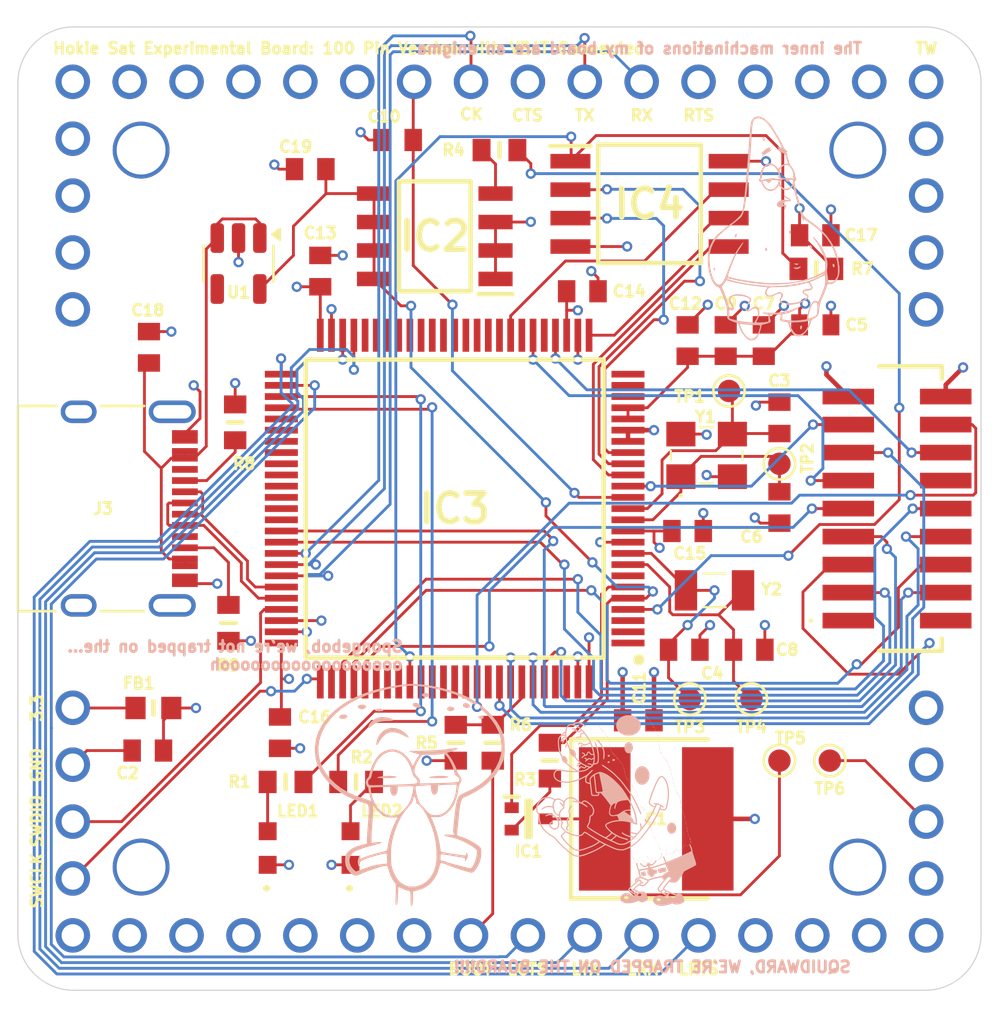
<source format=kicad_pcb>
(kicad_pcb (version 20240108) (generator "pcbnew") (generator_version "8.0")
  (layers (0 "F.Cu" signal) (1 "In1.Cu" power) (2 "In2.Cu" power) (31 "B.Cu" signal) (34 "B.Paste" user) (35 "F.Paste" user) (36 "B.SilkS" user "B.Silkscreen") (37 "F.SilkS" user "F.Silkscreen") (38 "B.Mask" user) (39 "F.Mask" user) (44 "Edge.Cuts" user))
  (net 0 "")
  (net 1 "Net-(IC1-A1{slash}K2)")
  (net 2 "GND")
  (net 3 "/VDD_FILT")
  (net 4 "Net-(IC3-PH1-OSC_OUT)")
  (net 5 "Net-(IC3-PC15-OSC32_OUT)")
  (net 6 "Net-(IC3-PH0-OSC_IN)")
  (net 7 "Net-(IC3-PC14-OSC32_IN)")
  (net 8 "/NRST")
  (net 9 "/VBUS")
  (net 10 "/LDO_OUT")
  (net 11 "VDD")
  (net 12 "/V_BAT")
  (net 13 "Net-(IC1-K1)")
  (net 14 "Net-(IC2-G)")
  (net 16 "/USART1_RX")
  (net 17 "/I2C3_SDA")
  (net 21 "/QUADSPI_BK2_IO0")
  (net 22 "/DCMI_VSYNC")
  (net 23 "/QUADSPI_BK2_IO2")
  (net 26 "/DCMI_D5")
  (net 27 "/LPUART_TX")
  (net 36 "/DCMI_D8")
  (net 39 "/D-")
  (net 42 "/QUADSPI_BK2_IO3")
  (net 45 "/LPUART_CTS")
  (net 49 "/USART1_TX")
  (net 52 "/DCMI_D7")
  (net 55 "/I2C3_SCL")
  (net 56 "/LPUART_RX")
  (net 60 "/Control")
  (net 61 "/SWCLK")
  (net 62 "/QUADSPI_CLK")
  (net 63 "/D+")
  (net 64 "/DCMI_D9")
  (net 67 "Net-(IC3-PH3-BOOT0)")
  (net 68 "/USART1_CK")
  (net 72 "/DCMI_D4")
  (net 75 "/LED1")
  (net 76 "/LPUART_RTS")
  (net 77 "/SWDIO")
  (net 78 "/DCMI_PIXCLK")
  (net 79 "/DCMI_HSYNC")
  (net 80 "/DCMI_D2")
  (net 81 "/QUADSPI_BK2_IO1")
  (net 86 "/DCMI_D6")
  (net 87 "/LED2")
  (net 88 "/DCMI_D3")
  (net 98 "Net-(J3-CC2)")
  (net 99 "Net-(J3-CC1)")
  (net 107 "/BOOT0")
  (net 120 "/USART1_RTS")
  (net 124 "/USART1_CTS")
  (net 130 "Net-(LED1-A)")
  (net 131 "Net-(LED2-A)")
  (net 133 "/QUADSPI_BK2_NCS")
  (footprint "ta-expt-v2-100:CAPC1608X90N" (layer "F.Cu") (at 163.25 114.3)
    (property "Reference" "C4")
    (property "Value" "0603ZA220JAT2A" (hide yes))
  )
  (footprint "ta-expt-v2-100:SOIC127P600X175-8N" (layer "F.Cu") (at 152.112 95.845 180)
    (property "Reference" "IC2")
    (property "Value" "STS5PF30L" (hide yes))
  )
  (footprint "TestPoint:TestPoint_Pad_D1.0mm" (layer "F.Cu") (at 163.5 116.5)
    (property "Reference" "TP3")
    (property "Value" "TestPoint_Pad_D1.0mm" (hide yes))
  )
  (footprint "TestPoint:TestPoint_Pad_D1.0mm" (layer "F.Cu") (at 167.5 119.25)
    (property "Reference" "TP5")
    (property "Value" "TestPoint_Pad_D1.0mm" (hide yes))
  )
  (footprint "ta-expt-v2-100:CAPC1608X90N" (layer "F.Cu") (at 158.7 98.3 180)
    (property "Reference" "C14")
    (property "Value" "0603ZC104JAT2A" (hide yes))
  )
  (footprint "ta-expt-v2-100:RESC1608X55N" (layer "F.Cu") (at 154.7 118.45 90)
    (property "Reference" "R6")
    (property "Value" "MCT06030C1001FP500" (hide yes))
  )
  (footprint "ta-expt-v2-100:RESC1608X55N" (layer "F.Cu") (at 169.15 97.3 180)
    (property "Reference" "R7")
    (property "Value" "MCT06030C1002FP500" (hide yes))
  )
  (footprint "TestPoint:TestPoint_Pad_D1.0mm" (layer "F.Cu") (at 165.25 102.75)
    (property "Reference" "TP1")
    (property "Value" "TestPoint_Pad_D1.0mm" (hide yes))
  )
  (footprint "ta-expt-v2-100:RESC1608X55N" (layer "F.Cu") (at 157.25 119.25 90)
    (property "Reference" "R3")
    (property "Value" "MCT06030C1002FP500" (hide yes))
  )
  (footprint "ta-expt-v2-100:LGQ396PS35" (layer "F.Cu") (at 148.35 123.15 90)
    (property "Reference" "LED2")
    (property "Value" "LG_Q396-PS-35" (hide yes))
  )
  (footprint "ta-expt-v2-100:CAPC1608X90N" (layer "F.Cu") (at 146.55 92.85 180)
    (property "Reference" "C19")
    (property "Value" "1uF" (hide yes))
  )
  (footprint "ta-expt-v2-100:RESC1608X55N" (layer "F.Cu") (at 155 92 180)
    (property "Reference" "R4")
    (property "Value" "MCT06030C1002FP500" (hide yes))
  )
  (footprint "ta-expt-v2-100:CAPC1608X90N" (layer "F.Cu") (at 165.1 100.5 90)
    (property "Reference" "C9")
    (property "Value" "0603ZC105JAT2A" (hide yes))
  )
  (footprint "ta-expt-v2-100:SOTFL50P160X78-3N" (layer "F.Cu") (at 156.3 121.85)
    (property "Reference" "IC1")
    (property "Value" "BAR43SFILM" (hide yes))
  )
  (footprint "ta-expt-v2-100:41746398" (layer "F.Cu") (at 172.75 108 -90)
    (property "Reference" "J5" (hide yes))
    (property "Value" "4-174639-8" (hide yes))
  )
  (footprint "Connector_USB:USB_C_Receptacle_XKB_U262-16XN-4BVC11" (layer "F.Cu") (at 137.285 108 -90)
    (property "Reference" "J3")
    (property "Value" "USB_C_Receptacle_USB2.0" (hide yes))
  )
  (footprint "ta-expt-v2-100:CAPC1608X90N" (layer "F.Cu") (at 167.5 107.95 -90)
    (property "Reference" "C6")
    (property "Value" "0603ZA220JAT2A" (hide yes))
  )
  (footprint "ta-expt-v2-100:CAPC1608X90N" (layer "F.Cu") (at 150.45 91.55 180)
    (property "Reference" "C10")
    (property "Value" "0603ZC104JAT2A" (hide yes))
  )
  (footprint "ta-expt-v2-100:CAPC1608X90N" (layer "F.Cu") (at 166.8 100.5 90)
    (property "Reference" "C7")
    (property "Value" "0603ZC104JAT2A" (hide yes))
  )
  (footprint "ta-expt-v2-100:QFP50P1600X1600X160-100N" (layer "F.Cu") (at 153 108 180)
    (property "Reference" "IC3")
    (property "Value" "STM32L496VGT3" (hide yes))
  )
  (footprint "ta-expt-v2-100:CAPC1608X90N" (layer "F.Cu") (at 147 97.4 90)
    (property "Reference" "C13")
    (property "Value" "0603ZC104JAT2A" (hide yes))
  )
  (footprint "ta-expt-v2-100:RESC1608X55N" (layer "F.Cu") (at 142.9 113.1 90)
    (property "Reference" "R9")
    (property "Value" "5.1k" (hide yes))
  )
  (footprint "ta-expt-v2-100:PinSocket_4x1_TartanArtibeus" (layer "F.Cu") (at 135.95 120.7 180)
    (property "Reference" "J7" (hide yes))
    (property "Value" "Conn_01x04" (hide yes))
  )
  (footprint "ta-expt-v2-100:CAPC1608X50N" (layer "F.Cu") (at 169.1 99.8)
    (property "Reference" "C5")
    (property "Value" "GRM1857U1A103JA44D" (hide yes))
  )
  (footprint "ta-expt-v2-100:RESC1608X55N" (layer "F.Cu") (at 148.6 120.2)
    (property "Reference" "R2")
    (property "Value" "MCT06030C1001FP500" (hide yes))
  )
  (footprint "ta-expt-v2-100:RESC1608X55N" (layer "F.Cu") (at 145.45 120.2 180)
    (property "Reference" "R1")
    (property "Value" "MCT06030C1001FP500" (hide yes))
  )
  (footprint "ta-expt-v2-100:CAPC1608X90N" (layer "F.Cu") (at 139.35 100.8 -90)
    (property "Reference" "C18")
    (property "Value" "1uF" (hide yes))
  )
  (footprint "ta-expt-v2-100:CAPC1608X90N" (layer "F.Cu") (at 145.2 118 90)
    (property "Reference" "C16")
    (property "Value" "0603ZC104JAT2A" (hide yes))
  )
  (footprint "ta-expt-v2-100:PinSocket_1x16_TartanArtibeus" (layer "F.Cu") (at 155 127.05)
    (property "Reference" "J8" (hide yes))
    (property "Value" "Conn_01x16" (hide yes))
  )
  (footprint "ta-expt-v2-100:LGQ396PS35" (layer "F.Cu") (at 144.65 123.15 90)
    (property "Reference" "LED1")
    (property "Value" "LG_Q396-PS-35" (hide yes))
  )
  (footprint "ta-expt-v2-100:CAPC1608X90N" (layer "F.Cu") (at 163.4 100.5 90)
    (property "Reference" "C12")
    (property "Value" "0603ZC105JAT2A" (hide yes))
  )
  (footprint "TestPoint:TestPoint_Pad_D1.0mm" (layer "F.Cu") (at 169.75 119.25)
    (property "Reference" "TP6")
    (property "Value" "TestPoint_Pad_D1.0mm" (hide yes))
  )
  (footprint "ta-expt-v2-100:CAPC1608X90N" (layer "F.Cu") (at 163.4 109 180)
    (property "Reference" "C15")
    (property "Value" "0603ZC104JAT2A" (hide yes))
  )
  (footprint "ta-expt-v2-100:PinSocket_1x5_TartanArtibeus" (layer "F.Cu") (at 174.05 120.7)
    (property "Reference" "J1" (hide yes))
    (property "Value" "Conn_01x05" (hide yes))
  )
  (footprint "ta-expt-v2-100:ABM8AIG25000MHZ122ZT3" (layer "F.Cu") (at 164.25 105.625)
    (property "Reference" "Y1")
    (property "Value" "ABM8AIG-16.000MHZ-12-2Z-T" (hide yes))
  )
  (footprint "ta-expt-v2-100:RESC1608X55N" (layer "F.Cu") (at 143.2 104.15 -90)
    (property "Reference" "R8")
    (property "Value" "5.1k" (hide yes))
  )
  (footprint "ta-expt-v2-100:CAPC1608X90N" (layer "F.Cu") (at 166.15 114.3)
    (property "Reference" "C8")
    (property "Value" "0603ZA220JAT2A" (hide yes))
  )
  (footprint "ta-expt-v2-100:CAPC1608X90N" (layer "F.Cu") (at 139.3 118.8 180)
    (property "Reference" "C2")
    (property "Value" "GRM188C71A475KE21D" (hide yes))
  )
  (footprint "Package_TO_SOT_SMD:SOT-23-5" (layer "F.Cu") (at 143.35 97.0625 -90)
    (property "Reference" "U1")
    (property "Value" "TPS7A0533PDBV" (hide yes))
  )
  (footprint "ta-expt-v2-100:CAPPC5660X400N" (layer "F.Cu") (at 162 121.85)
    (property "Reference" "C1")
    (property "Value" "597D158X9004R2T" (hide yes))
  )
  (footprint "TestPoint:TestPoint_Pad_D1.0mm" (layer "F.Cu") (at 166.25 116.5)
    (property "Reference" "TP4")
    (property "Value" "TestPoint_Pad_D1.0mm" (hide yes))
  )
  (footprint "ta-expt-v2-100:PinSocket_4x1_TartanArtibeus" (layer "F.Cu") (at 135.95 95.3)
    (property "Reference" "J2" (hide yes))
    (property "Value" "Conn_01x04" (hide yes))
  )
  (footprint "TestPoint:TestPoint_Pad_D1.0mm" (layer "F.Cu") (at 167.5 106)
    (property "Reference" "TP2")
    (property "Value" "TestPoint_Pad_D1.0mm" (hide yes))
  )
  (footprint "ta-expt-v2-100:CAPC1608X90N" (layer "F.Cu") (at 167.5 103.95 90)
    (property "Reference" "C3")
    (property "Value" "0603ZA220JAT2A" (hide yes))
  )
  (footprint "ta-expt-v2-100:CAPC1608X90N" (layer "F.Cu") (at 161.2 117.45 180)
    (property "Reference" "C11")
    (property "Value" "0603ZC104JAT2A" (hide yes))
  )
  (footprint "ta-expt-v2-100:CAPC1608X90N" (layer "F.Cu") (at 169.1 95.8)
    (property "Reference" "C17")
    (property "Value" "0603ZC104JAT2A" (hide yes))
  )
  (footprint "ta-expt-v2-100:ABS07AIG32768kHz71T" (layer "F.Cu") (at 164.6 111.65 180)
    (property "Reference" "Y2")
    (property "Value" "ABS07AIG-32.768kHz-T" (hide yes))
  )
  (footprint "ta-expt-v2-100:SOIC127P790X216-8N" (layer "F.Cu") (at 161.7 94.4)
    (property "Reference" "IC4")
    (property "Value" "IS25LP128F-JBLA3" (hide yes))
  )
  (footprint "ta-expt-v2-100:MountingHoles_TartanArtibeus" (layer "F.Cu") (at 151.5 96.5)
    (property "Reference" "J6" (hide yes))
    (property "Value" "Conn_01x04" (hide yes))
  )
  (footprint "ta-expt-v2-100:PinSocket_1x5_TartanArtibeus" (layer "F.Cu") (at 174.05 95.3)
    (property "Reference" "J4" (hide yes))
    (property "Value" "Conn_01x05" (hide yes))
  )
  (footprint "ta-expt-v2-100:PinSocket_1x16_TartanArtibeus" (layer "F.Cu") (at 155 88.95)
    (property "Reference" "J9" (hide yes))
    (property "Value" "Conn_01x16" (hide yes))
  )
  (footprint "ta-expt-v2-100:BEADC1608X95N" (layer "F.Cu") (at 139.55 116.9)
    (property "Reference" "FB1")
    (property "Value" "MMZ1608S601ATD25" (hide yes))
  )
  (footprint "ta-expt-v2-100:RESC1608X55N" (layer "F.Cu") (at 153.05 118.45 -90)
    (property "Reference" "R5")
    (property "Value" "MCT06030C1002FP500" (hide yes))
  )
  (footprint "ta-expt-v2-100:Squidward" (layer "B.Cu") (at 151 120.75 180)
    (property "Reference" "G***" (hide yes))
    (property "Value" "LOGO" (hide yes))
  )
  (footprint "ta-expt-v2-100:Spongebob" (layer "B.Cu") (at 160.25 121 180)
    (property "Reference" "G***" (hide yes))
    (property "Value" "LOGO" (hide yes))
  )
  (footprint "ta-expt-v2-100:Patrick" (layer "B.Cu") (at 167.25 95.5 180)
    (property "Reference" "G***" (hide yes))
    (property "Value" "LOGO" (hide yes))
  )
  (gr_arc (start 173.96 86.500001) (mid 175.767993 87.232007) (end 176.499999 89.04) (stroke (width 0.05)) (layer "Edge.Cuts"))
  (gr_line (start 176.5 89.04) (end 176.5 126.96) (stroke (width 0.05)) (layer "Edge.Cuts"))
  (gr_line (start 133.5 126.96) (end 133.5 89.04) (stroke (width 0.05)) (layer "Edge.Cuts"))
  (gr_arc (start 176.499999 126.96) (mid 175.767993 128.767993) (end 173.96 129.499999) (stroke (width 0.05)) (layer "Edge.Cuts"))
  (gr_arc (start 136.04 129.499999) (mid 134.232007 128.767993) (end 133.500001 126.96) (stroke (width 0.05)) (layer "Edge.Cuts"))
  (gr_line (start 136.04 86.5) (end 173.96 86.5) (stroke (width 0.05)) (layer "Edge.Cuts"))
  (gr_line (start 173.96 129.5) (end 136.04 129.5) (stroke (width 0.05)) (layer "Edge.Cuts"))
  (gr_arc (start 133.500001 89.04) (mid 134.232007 87.232007) (end 136.04 86.500001) (stroke (width 0.05)) (layer "Edge.Cuts"))
  (gr_text "SQUIDWARD, WE'RE TRAPPED ON THE BOARD!!!!" (at 170.75 128.75 0) (layer "B.SilkS") (effects (font (size 0.5 0.5) (thickness 0.125)) (justify left bottom mirror)))
  (gr_text "The inner machinations of my board are an enigma" (at 171.25 87.75 0) (layer "B.SilkS") (effects (font (size 0.5 0.5) (thickness 0.125)) (justify left bottom mirror)))
  (gr_text "Spongebob, we're not trapped on the...\nooooooooooooooooooh" (at 150.75 115.25 0) (layer "B.SilkS") (effects (font (size 0.5 0.5) (thickness 0.125)) (justify left bottom mirror)))
  (gr_text "BOOT" (at 153.7 128.55 0) (layer "F.SilkS") (effects (font (size 0.5 0.5) (thickness 0.125))))
  (gr_text "SWDIO" (at 134.35 121.95 90) (layer "F.SilkS") (effects (font (size 0.5 0.5) (thickness 0.125))))
  (gr_text "LCTS" (at 156.25 128.55 0) (layer "F.SilkS") (effects (font (size 0.5 0.5) (thickness 0.125))))
  (gr_text "SWCLK" (at 134.35 124.6 90) (layer "F.SilkS") (effects (font (size 0.5 0.5) (thickness 0.125))))
  (gr_text "TX\n" (at 158.8 90.45 0) (layer "F.SilkS") (effects (font (size 0.5 0.5) (thickness 0.125))))
  (gr_text "3.3\n" (at 134.35 116.9 90) (layer "F.SilkS") (effects (font (size 0.5 0.5) (thickness 0.125))))
  (gr_text "RX\n" (at 161.35 90.45 0) (layer "F.SilkS") (effects (font (size 0.5 0.5) (thickness 0.125))))
  (gr_text "TW" (at 173.5 87.75 0) (layer "F.SilkS") (effects (font (size 0.5 0.5) (thickness 0.125)) (justify left bottom)))
  (gr_text "GND" (at 134.35 119.45 90) (layer "F.SilkS") (effects (font (size 0.5 0.5) (thickness 0.125))))
  (gr_text "RTS\n\n" (at 163.9 90.85 0) (layer "F.SilkS") (effects (font (size 0.5 0.5) (thickness 0.125))))
  (gr_text "LRTS" (at 163.9 128.55 0) (layer "F.SilkS") (effects (font (size 0.5 0.5) (thickness 0.125))))
  (gr_text "LRX" (at 161.4 128.55 0) (layer "F.SilkS") (effects (font (size 0.5 0.5) (thickness 0.125))))
  (gr_text "CTS\n" (at 156.25 90.45 0) (layer "F.SilkS") (effects (font (size 0.5 0.5) (thickness 0.125))))
  (gr_text "CK\n" (at 153.75 90.4 0) (layer "F.SilkS") (effects (font (size 0.5 0.5) (thickness 0.125))))
  (gr_text "Hokie Sat Experimental Board: 100 Pin Version with VBAT Connected" (at 135 87.75 0) (layer "F.SilkS") (effects (font (size 0.5 0.5) (thickness 0.125)) (justify left bottom)))
  (gr_text "LTX" (at 158.85 128.55 0) (layer "F.SilkS") (effects (font (size 0.5 0.5) (thickness 0.125))))
  (segment (start 159.7 123.9) (end 161.0405 125.2405) (width 0.127) (layer "F.Cu") (net 1))
  (segment (start 159.7 121.85) (end 159.7 123.9) (width 0.127) (layer "F.Cu") (net 1))
  (segment (start 165.7595 125.2405) (end 167.5 123.5) (width 0.127) (layer "F.Cu") (net 1))
  (segment (start 167.5 123.5) (end 167.5 119.25) (width 0.127) (layer "F.Cu") (net 1))
  (segment (start 161.0405 125.2405) (end 165.7595 125.2405) (width 0.127) (layer "F.Cu") (net 1))
  (segment (start 159.7 121.85) (end 157.055 121.85) (width 0.127) (layer "F.Cu") (net 1))
  (segment (start 165.1 99.8) (end 165.95 98.95) (width 0.127) (layer "F.Cu") (net 2))
  (segment (start 174.925 103) (end 174.925 102.475) (width 0.2032) (layer "F.Cu") (net 2))
  (segment (start 169.8 99.8) (end 169.8 98.95) (width 0.127) (layer "F.Cu") (net 2))
  (segment (start 142.9 113.9) (end 143.9 113.9) (width 0.127) (layer "F.Cu") (net 2))
  (segment (start 149.75 91.55) (end 149.15 91.55) (width 0.127) (layer "F.Cu") (net 2))
  (segment (start 138.6 118.8) (end 136.58 118.8) (width 0.127) (layer "F.Cu") (net 2))
  (segment (start 163.4 99.8) (end 164.3 98.9) (width 0.127) (layer "F.Cu") (net 2))
  (segment (start 174.925 102.475) (end 175.7 101.7) (width 0.2032) (layer "F.Cu") (net 2))
  (segment (start 143.2 103.35) (end 143.2 102.4) (width 0.127) (layer "F.Cu") (net 2))
  (segment (start 161.9 104.5) (end 160.738 104.5) (width 0.2032) (layer "F.Cu") (net 2))
  (segment (start 171.33 119.25) (end 174.05 121.97) (width 0.127) (layer "F.Cu") (net 2))
  (segment (start 160.695 96.305) (end 158.168 96.305) (width 0.127) (layer "F.Cu") (net 2))
  (segment (start 160.738 104.5) (end 160.738 105) (width 0.2032) (layer "F.Cu") (net 2))
  (segment (start 158.5 100.262) (end 158.5 101.35) (width 0.127) (layer "F.Cu") (net 2))
  (segment (start 145.85 92.85) (end 145.15 92.85) (width 0.127) (layer "F.Cu") (net 2))
  (segment (start 167.5 103.25) (end 166.6 103.25) (width 0.127) (layer "F.Cu") (net 2))
  (segment (start 169.75 119.25) (end 171.33 119.25) (width 0.127) (layer "F.Cu") (net 2))
  (segment (start 164.3 121.85) (end 166.4 121.85) (width 0.2032) (layer "F.Cu") (net 2))
  (segment (start 161.9 115.4) (end 161.9 115.3) (width 0.2032) (layer "F.Cu") (net 2))
  (segment (start 145.262 113.5) (end 146.4 113.5) (width 0.127) (layer "F.Cu") (net 2))
  (segment (start 159.4 98.3) (end 159.4 97.7) (width 0.127) (layer "F.Cu") (net 2))
  (segment (start 164.1 109) (end 164.1 108.2) (width 0.127) (layer "F.Cu") (net 2))
  (segment (start 145.15 92.85) (end 144.95 92.65) (width 0.127) (layer "F.Cu") (net 2))
  (segment (start 166.85 113.2) (end 166.85 113.15) (width 0.127) (layer "F.Cu") (net 2))
  (segment (start 164.225 104.675) (end 164.25 104.7) (width 0.127) (layer "F.Cu") (net 2))
  (segment (start 136.58 118.8) (end 135.95 119.43) (width 0.127) (layer "F.Cu") (net 2))
  (segment (start 148.35 123.9) (end 147.5 123.9) (width 0.127) (layer "F.Cu") (net 2))
  (segment (start 166.8 99.8) (end 166.85 99.8) (width 0.127) (layer "F.Cu") (net 2))
  (segment (start 160.738 109.5) (end 159.5 109.5) (width 0.127) (layer "F.Cu") (net 2))
  (segment (start 153.05 119.25) (end 151.75 119.25) (width 0.127) (layer "F.Cu") (net 2))
  (segment (start 167.5 108.65) (end 166.65 108.65) (width 0.127) (layer "F.Cu") (net 2))
  (segment (start 140.955 111.35) (end 142.4 111.35) (width 0.127) (layer "F.Cu") (net 2))
  (segment (start 144.65 123.9) (end 145.6 123.9) (width 0.127) (layer "F.Cu") (net 2))
  (segment (start 141.6305 103.9745) (end 141.6305 102.7805) (width 0.127) (layer "F.Cu") (net 2))
  (segment (start 140.955 104.65) (end 141.6305 103.9745) (width 0.127) (layer "F.Cu") (net 2))
  (segment (start 166.85 114.3) (end 166.85 113.2) (width 0.127) (layer "F.Cu") (net 2))
  (segment (start 139.35 100.1) (end 140.35 100.1) (width 0.127) (layer "F.Cu") (net 2))
  (segment (start 141.6305 102.7805) (end 141.35 102.5) (width 0.127) (layer "F.Cu") (net 2))
  (segment (start 163.1 104.675) (end 164.225 104.675) (width 0.127) (layer "F.Cu") (net 2))
  (segment (start 160.7 96.3) (end 160.695 96.305) (width 0.127) (layer "F.Cu") (net 2))
  (segment (start 163.95 113.65) (end 164.4 113.2) (width 0.127) (layer "F.Cu") (net 2))
  (segment (start 149.15 91.55) (end 148.8 91.2) (width 0.127) (layer "F.Cu") (net 2))
  (segment (start 140.955 111.35) (end 140.955 111.05) (width 0.127) (layer "F.Cu") (net 2))
  (segment (start 165.4 106.575) (end 164.325 106.575) (width 0.127) (layer "F.Cu") (net 2))
  (segment (start 163.95 114.3) (end 163.95 113.65) (width 0.127) (layer "F.Cu") (net 2))
  (segment (start 147 96.7) (end 148 96.7) (width 0.127) (layer "F.Cu") (net 2))
  (segment (start 145.2 118.7) (end 146.1 118.7) (width 0.127) (layer "F.Cu") (net 2))
  (segment (start 169.8 95.8) (end 169.8 94.65) (width 0.127) (layer "F.Cu") (net 2))
  (segment (start 147.5 100.262) (end 147.5 99.1) (width 0.127) (layer "F.Cu") (net 2))
  (segment (start 143.35 95.925) (end 143.35 97) (width 0.127) (layer "F.Cu") (net 2))
  (segment (start 159.4 97.7) (end 159.1 97.4) (width 0.127) (layer "F.Cu") (net 2))
  (segment (start 166.6 103.25) (end 166.45 103.4) (width 0.127) (layer "F.Cu") (net 2))
  (segment (start 166.85 99.8) (end 167.7 98.95) (width 0.127) (layer "F.Cu") (net 2))
  (segment (start 161.9 117.45) (end 161.9 115.4) (width 0.2032) (layer "F.Cu") (net 2))
  (segment (start 166.65 108.65) (end 166.4 108.4) (width 0.127) (layer "F.Cu") (net 2))
  (segment (start 164.325 106.575) (end 164.25 106.5) (width 0.127) (layer "F.Cu") (net 2))
  (segment (start 158.5 115.738) (end 158.5 114.6) (width 0.127) (layer "F.Cu") (net 2))
  (via (at 143.2 102.4) (size 0.4572) (drill 0.254) (layers "F.Cu" "B.Cu") (net 2))
  (via (at 169.8 98.95) (size 0.4572) (drill 0.254) (layers "F.Cu" "B.Cu") (net 2))
  (via (at 146.1 118.7) (size 0.4572) (drill 0.254) (layers "F.Cu" "B.Cu") (net 2))
  (via (at 164.4 113.2) (size 0.4572) (drill 0.254) (layers "F.Cu" "B.Cu") (net 2))
  (via (at 175.7 101.7) (size 0.4572) (drill 0.254) (layers "F.Cu" "B.Cu") (net 2))
  (via (at 166.45 103.4) (size 0.4572) (drill 0.254) (layers "F.Cu" "B.Cu") (net 2))
  (via (at 165.95 98.95) (size 0.4572) (drill 0.254) (layers "F.Cu" "B.Cu") (net 2))
  (via (at 142.4 111.35) (size 0.4572) (drill 0.254) (layers "F.Cu" "B.Cu") (net 2))
  (via (at 166.4 121.85) (size 0.4572) (drill 0.254) (layers "F.Cu" "B.Cu") (net 2))
  (via (at 167.7 98.95) (size 0.4572) (drill 0.254) (layers "F.Cu" "B.Cu") (net 2))
  (via (at 140.35 100.1) (size 0.4572) (drill 0.254) (layers "F.Cu" "B.Cu") (net 2))
  (via (at 164.3 98.9) (size 0.4572) (drill 0.254) (layers "F.Cu" "B.Cu") (net 2))
  (via (at 147.5 99.1) (size 0.4572) (drill 0.254) (layers "F.Cu" "B.Cu") (net 2))
  (via (at 166.85 113.2) (size 0.4572) (drill 0.254) (layers "F.Cu" "B.Cu") (net 2))
  (via (at 143.35 97) (size 0.4572) (drill 0.254) (layers "F.Cu" "B.Cu") (net 2))
  (via (at 158.5 114.6) (size 0.4572) (drill 0.254) (layers "F.Cu" "B.Cu") (net 2))
  (via (at 161.9 104.5) (size 0.4572) (drill 0.254) (layers "F.Cu" "B.Cu") (net 2))
  (via (at 159.5 109.5) (size 0.4572) (drill 0.254) (layers "F.Cu" "B.Cu") (net 2))
  (via (at 148 96.7) (size 0.4572) (drill 0.254) (layers "F.Cu" "B.Cu") (net 2))
  (via (at 161.9 115.3) (size 0.4572) (drill 0.254) (layers "F.Cu" "B.Cu") (net 2))
  (via (at 158.5 101.35) (size 0.4572) (drill 0.254) (layers "F.Cu" "B.Cu") (net 2))
  (via (at 166.4 108.4) (size 0.4572) (drill 0.254) (layers "F.Cu" "B.Cu") (net 2))
  (via (at 146.4 113.5) (size 0.4572) (drill 0.254) (layers "F.Cu" "B.Cu") (net 2))
  (via (at 164.25 106.5) (size 0.4572) (drill 0.254) (layers "F.Cu" "B.Cu") (net 2))
  (via (at 160.7 96.3) (size 0.4572) (drill 0.254) (layers "F.Cu" "B.Cu") (net 2))
  (via (at 151.75 119.25) (size 0.4572) (drill 0.254) (layers "F.Cu" "B.Cu") (net 2))
  (via (at 147.5 123.9) (size 0.4572) (drill 0.254) (layers "F.Cu" "B.Cu") (net 2))
  (via (at 144.95 92.65) (size 0.4572) (drill 0.254) (layers "F.Cu" "B.Cu") (net 2))
  (via (at 145.6 123.9) (size 0.4572) (drill 0.254) (layers "F.Cu" "B.Cu") (net 2))
  (via (at 169.8 94.65) (size 0.4572) (drill 0.254) (layers "F.Cu" "B.Cu") (net 2))
  (via (at 143.9 113.9) (size 0.4572) (drill 0.254) (layers "F.Cu" "B.Cu") (net 2))
  (via (at 164.1 108.2) (size 0.4572) (drill 0.254) (layers "F.Cu" "B.Cu") (net 2))
  (via (at 159.1 97.4) (size 0.4572) (drill 0.254) (layers "F.Cu" "B.Cu") (net 2))
  (via (at 148.8 91.2) (size 0.4572) (drill 0.254) (layers "F.Cu" "B.Cu") (net 2))
  (via (at 141.35 102.5) (size 0.4572) (drill 0.254) (layers "F.Cu" "B.Cu") (net 2))
  (via (at 164.25 104.7) (size 0.4572) (drill 0.254) (layers "F.Cu" "B.Cu") (net 2))
  (segment (start 160.5 117.45) (end 160.5 115.3) (width 0.2032) (layer "F.Cu") (net 3))
  (segment (start 145.262 115.6) (end 145.6 115.6) (width 0.127) (layer "F.Cu") (net 3))
  (segment (start 162.7 109) (end 161.9 109) (width 0.127) (layer "F.Cu") (net 3))
  (segment (start 170.575 103) (end 169.6 102.025) (width 0.2032) (layer "F.Cu") (net 3))
  (segment (start 160.738 103.5) (end 161.6025 103.5) (width 0.127) (layer "F.Cu") (net 3))
  (segment (start 163.4 101.7025) (end 163.4 101.2) (width 0.127) (layer "F.Cu") (net 3))
  (segment (start 145.262 115.6) (end 145.262 114) (width 0.127) (layer "F.Cu") (net 3))
  (segment (start 154.824 95.21) (end 156.39 95.21) (width 0.127) (layer "F.Cu") (net 3))
  (segment (start 165.1 101.2) (end 166.8 101.2) (width 0.127) (layer "F.Cu") (net 3))
  (segment (start 168.4 95.8) (end 168.45 95.8) (width 0.127) (layer "F.Cu") (net 3))
  (segment (start 161.9 109) (end 161.9 109.5) (width 0.127) (layer "F.Cu") (net 3))
  (segment (start 145.2 117.2) (end 145.262 117.138) (width 0.127) (layer "F.Cu") (net 3))
  (segment (start 140.35 116.9) (end 140.35 117.1) (width 0.127) (layer "F.Cu") (net 3))
  (segment (start 166.8 101.2) (end 167 101.2) (width 0.127) (layer "F.Cu") (net 3))
  (segment (start 166.895 92.495) (end 166.9 92.5) (width 0.127) (layer "F.Cu") (net 3))
  (segment (start 161.6025 103.5) (end 163.4 101.7025) (width 0.127) (layer "F.Cu") (net 3))
  (segment (start 140.35 116.9) (end 141.45 116.9) (width 0.127) (layer "F.Cu") (net 3))
  (segment (start 163.4 101.2) (end 165.1 101.2) (width 0.127) (layer "F.Cu") (net 3))
  (segment (start 160.738 104) (end 160.738 103.5) (width 0.127) (layer "F.Cu") (net 3))
  (segment (start 168.45 95.8) (end 169.95 97.3) (width 0.127) (layer "F.Cu") (net 3))
  (segment (start 168.4 95.8) (end 168.4 94.6) (width 0.127) (layer "F.Cu") (net 3))
  (segment (start 145.262 113) (end 147.05 113) (width 0.127) (layer "F.Cu") (net 3))
  (segment (start 147 100.262) (end 147 98.1) (width 0.127) (layer "F.Cu") (net 3))
  (segment (start 167 101.2) (end 168.4 99.8) (width 0.127) (layer "F.Cu") (net 3))
  (segment (start 140.35 117.1) (end 140 117.45) (width 0.127) (layer "F.Cu") (net 3))
  (segment (start 158 99.15) (end 158.5 99.15) (width 0.127) (layer "F.Cu") (net 3))
  (segment (start 140 117.45) (end 140 118.8) (width 0.127) (layer "F.Cu") (net 3))
  (segment (start 165.232 92.495) (end 166.895 92.495) (width 0.127) (layer "F.Cu") (net 3))
  (segment (start 154.824 97.75) (end 154.824 96.48) (width 0.127) (layer "F.Cu") (net 3))
  (segment (start 145.2 117.3) (end 145.2 117.2) (width 0.127) (layer "F.Cu") (net 3))
  (segment (start 168.4 99.8) (end 168.4 99.1) (width 0.127) (layer "F.Cu") (net 3))
  (segment (start 154.824 95.21) (end 154.824 96.48) (width 0.127) (layer "F.Cu") (net 3))
  (segment (start 168.4 99.1) (end 168.65 98.85) (width 0.127) (layer "F.Cu") (net 3))
  (segment (start 161.9 109.5) (end 162.15 109.75) (width 0.127) (layer "F.Cu") (net 3))
  (segment (start 169.6 102.025) (end 169.6 101.65) (width 0.2032) (layer "F.Cu") (net 3))
  (segment (start 159 115.738) (end 159 113.75) (width 0.127) (layer "F.Cu") (net 3))
  (segment (start 147 98.1) (end 145.95 98.1) (width 0.127) (layer "F.Cu") (net 3))
  (segment (start 158 100.262) (end 158 99.15) (width 0.127) (layer "F.Cu") (net 3))
  (segment (start 158 99.15) (end 158 98.3) (width 0.127) (layer "F.Cu") (net 3))
  (segment (start 145.262 117.138) (end 145.262 115.6) (width 0.127) (layer "F.Cu") (net 3))
  (segment (start 156.39 95.21) (end 156.4 95.2) (width 0.127) (layer "F.Cu") (net 3))
  (segment (start 161.9 109) (end 160.738 109) (width 0.127) (layer "F.Cu") (net 3))
  (via (at 160.5 115.3) (size 0.4572) (drill 0.254) (layers "F.Cu" "B.Cu") (net 3))
  (via (at 158.5 99.15) (size 0.4572) (drill 0.254) (layers "F.Cu" "B.Cu") (net 3))
  (via (at 156.4 95.2) (size 0.4572) (drill 0.254) (layers "F.Cu" "B.Cu") (net 3))
  (via (at 169.6 101.65) (size 0.4572) (drill 0.254) (layers "F.Cu" "B.Cu") (net 3))
  (via (at 166.9 92.5) (size 0.4572) (drill 0.254) (layers "F.Cu" "B.Cu") (net 3))
  (via (at 145.95 98.1) (size 0.4572) (drill 0.254) (layers "F.Cu" "B.Cu") (net 3))
  (via (at 141.45 116.9) (size 0.4572) (drill 0.254) (layers "F.Cu" "B.Cu") (net 3))
  (via (at 168.4 94.6) (size 0.4572) (drill 0.254) (layers "F.Cu" "B.Cu") (net 3))
  (via (at 147.05 113) (size 0.4572) (drill 0.254) (layers "F.Cu" "B.Cu") (net 3))
  (via (at 159 113.75) (size 0.4572) (drill 0.254) (layers "F.Cu" "B.Cu") (net 3))
  (via (at 162.15 109.75) (size 0.4572) (drill 0.254) (layers "F.Cu" "B.Cu") (net 3))
  (via (at 168.65 98.85) (size 0.4572) (drill 0.254) (layers "F.Cu" "B.Cu") (net 3))
  (via (at 145.6 115.6) (size 0.4572) (drill 0.254) (layers "F.Cu" "B.Cu") (net 3))
  (segment (start 162.2595 105.8345) (end 162.6785 105.4155) (width 0.127) (layer "F.Cu") (net 4))
  (segment (start 165.425 104.65) (end 165.4 104.675) (width 0.127) (layer "F.Cu") (net 4))
  (segment (start 160.738 108) (end 161.6025 108) (width 0.127) (layer "F.Cu") (net 4))
  (segment (start 162.2595 107.343) (end 162.2595 105.8345) (width 0.127) (layer "F.Cu") (net 4))
  (segment (start 165.4 104.675) (end 165.4 102.9) (width 0.127) (layer "F.Cu") (net 4))
  (segment (start 162.6785 105.4155) (end 164.6595 105.4155) (width 0.127) (layer "F.Cu") (net 4))
  (segment (start 164.6595 105.4155) (end 165.4 104.675) (width 0.127) (layer "F.Cu") (net 4))
  (segment (start 161.6025 108) (end 162.2595 107.343) (width 0.127) (layer "F.Cu") (net 4))
  (segment (start 165.4 102.9) (end 165.25 102.75) (width 0.127) (layer "F.Cu") (net 4))
  (segment (start 167.5 104.65) (end 165.425 104.65) (width 0.127) (layer "F.Cu") (net 4))
  (segment (start 162.55 114.05) (end 163.4 113.2) (width 0.127) (layer "F.Cu") (net 5))
  (segment (start 161.777038 110) (end 163.325 111.547962) (width 0.127) (layer "F.Cu") (net 5))
  (segment (start 160.738 110) (end 161.777038 110) (width 0.127) (layer "F.Cu") (net 5))
  (segment (start 162.55 115.55) (end 163.5 116.5) (width 0.127) (layer "F.Cu") (net 5))
  (segment (start 162.55 114.3) (end 162.55 115.55) (width 0.127) (layer "F.Cu") (net 5))
  (segment (start 163.325 111.547962) (end 163.325 111.65) (width 0.127) (layer "F.Cu") (net 5))
  (segment (start 164.6 111.65) (end 163.325 111.65) (width 0.127) (layer "F.Cu") (net 5))
  (segment (start 162.55 114.3) (end 162.55 114.05) (width 0.127) (layer "F.Cu") (net 5))
  (via (at 163.4 113.2) (size 0.4572) (drill 0.254) (layers "F.Cu" "B.Cu") (net 5))
  (via (at 164.6 111.65) (size 0.4572) (drill 0.254) (layers "F.Cu" "B.Cu") (net 5))
  (segment (start 163.4 113.2) (end 164.6 112) (width 0.127) (layer "B.Cu") (net 5))
  (segment (start 164.6 112) (end 164.6 111.65) (width 0.127) (layer "B.Cu") (net 5))
  (segment (start 167.4345 107.3155) (end 167.5 107.25) (width 0.127) (layer "F.Cu") (net 6))
  (segment (start 167.5 106) (end 167.5 107.25) (width 0.127) (layer "F.Cu") (net 6))
  (segment (start 167.1695 105.6695) (end 167.5 106) (width 0.127) (layer "F.Cu") (net 6))
  (segment (start 164.0055 105.6695) (end 167.1695 105.6695) (width 0.127) (layer "F.Cu") (net 6))
  (segment (start 163.1 106.575) (end 164.0055 105.6695) (width 0.127) (layer "F.Cu") (net 6))
  (segment (start 163.1 107.252) (end 161.852 108.5) (width 0.127) (layer "F.Cu") (net 6))
  (segment (start 163.1 106.575) (end 163.1 107.252) (width 0.127) (layer "F.Cu") (net 6))
  (segment (start 161.852 108.5) (end 160.738 108.5) (width 0.127) (layer "F.Cu") (net 6))
  (segment (start 165.45 115.7) (end 166.25 116.5) (width 0.127) (layer "F.Cu") (net 7))
  (segment (start 161.6025 110.5) (end 162.6 111.4975) (width 0.127) (layer "F.Cu") (net 7))
  (segment (start 165.45 113.406) (end 164.7845 112.7405) (width 0.127) (layer "F.Cu") (net 7))
  (segment (start 162.6 111.4975) (end 162.6 112.6) (width 0.127) (layer "F.Cu") (net 7))
  (segment (start 162.6 112.6) (end 162.7405 112.7405) (width 0.127) (layer "F.Cu") (net 7))
  (segment (start 164.7845 112.7405) (end 165.875 111.65) (width 0.127) (layer "F.Cu") (net 7))
  (segment (start 160.738 110.5) (end 161.6025 110.5) (width 0.127) (layer "F.Cu") (net 7))
  (segment (start 165.45 114.3) (end 165.45 115.7) (width 0.127) (layer "F.Cu") (net 7))
  (segment (start 165.45 114.3) (end 165.45 113.406) (width 0.127) (layer "F.Cu") (net 7))
  (segment (start 162.7405 112.7405) (end 164.7845 112.7405) (width 0.127) (layer "F.Cu") (net 7))
  (segment (start 158.55 107.5) (end 160.738 107.5) (width 0.127) (layer "F.Cu") (net 8))
  (segment (start 151.15 91.55) (end 151.15 97.15) (width 0.127) (layer "F.Cu") (net 8))
  (segment (start 151.15 91.55) (end 151.15 88.99) (width 0.127) (layer "F.Cu") (net 8))
  (segment (start 151.15 97.15) (end 152.9 98.9) (width 0.127) (layer "F.Cu") (net 8))
  (segment (start 151.15 88.99) (end 151.19 88.95) (width 0.127) (layer "F.Cu") (net 8))
  (segment (start 158.35 107.3) (end 158.55 107.5) (width 0.127) (layer "F.Cu") (net 8))
  (via (at 158.35 107.3) (size 0.4572) (drill 0.254) (layers "F.Cu" "B.Cu") (net 8))
  (via (at 152.9 98.9) (size 0.4572) (drill 0.254) (layers "F.Cu" "B.Cu") (net 8))
  (segment (start 152.9 98.9) (end 152.9 101.85) (width 0.127) (layer "B.Cu") (net 8))
  (segment (start 152.9 101.85) (end 158.35 107.3) (width 0.127) (layer "B.Cu") (net 8))
  (segment (start 139.1495 101.7005) (end 139.1495 105.4485) (width 0.127) (layer "F.Cu") (net 9))
  (segment (start 141.38 105.75) (end 141.9095 105.2205) (width 0.127) (layer "F.Cu") (net 9))
  (segment (start 141.9095 96.4155) (end 142.4 95.925) (width 0.127) (layer "F.Cu") (net 9))
  (segment (start 144.3 95.925) (end 144.3 95.262501) (width 0.127) (layer "F.Cu") (net 9))
  (segment (start 142.4 95.3) (end 142.4 95.925) (width 0.127) (layer "F.Cu") (net 9))
  (segment (start 141.9095 105.2205) (end 141.9095 96.4155) (width 0.127) (layer "F.Cu") (net 9))
  (segment (start 139.35 101.5) (end 139.1495 101.7005) (width 0.127) (layer "F.Cu") (net 9))
  (segment (start 140.955 110.25) (end 140.253 110.25) (width 0.127) (layer "F.Cu") (net 9))
  (segment (start 140.955 105.75) (end 141.38 105.75) (width 0.127) (layer "F.Cu") (net 9))
  (segment (start 142.628 95.072) (end 142.4 95.3) (width 0.127) (layer "F.Cu") (net 9))
  (segment (start 139.1495 105.4485) (end 139.9 106.199) (width 0.127) (layer "F.Cu") (net 9))
  (segment (start 139.9 109.897) (end 139.9 106.199) (width 0.127) (layer "F.Cu") (net 9))
  (segment (start 144.3 95.262501) (end 144.109499 95.072) (width 0.127) (layer "F.Cu") (net 9))
  (segment (start 140.955 110.25) (end 140.955 110.55) (width 0.127) (layer "F.Cu") (net 9))
  (segment (start 140.5 105.45) (end 140.955 105.45) (width 0.127) (layer "F.Cu") (net 9))
  (segment (start 144.109499 95.072) (end 142.628 95.072) (width 0.127) (layer "F.Cu") (net 9))
  (segment (start 140.349 105.75) (end 140.955 105.75) (width 0.127) (layer "F.Cu") (net 9))
  (segment (start 140.955 105.75) (end 140.955 105.45) (width 0.127) (layer "F.Cu") (net 9))
  (segment (start 139.9 106.199) (end 140.349 105.75) (width 0.127) (layer "F.Cu") (net 9))
  (segment (start 140.253 110.25) (end 139.9 109.897) (width 0.127) (layer "F.Cu") (net 9))
  (segment (start 145.8 96.7) (end 144.3 98.2) (width 0.127) (layer "F.Cu") (net 10))
  (segment (start 147.25 92.85) (end 147.25 93.93) (width 0.127) (layer "F.Cu") (net 10))
  (segment (start 147.26 93.94) (end 145.8 95.4) (width 0.127) (layer "F.Cu") (net 10))
  (segment (start 161.55 112) (end 160.738 112) (width 0.127) (layer "F.Cu") (net 10))
  (segment (start 159.81 116.517) (end 159.81 112.24) (width 0.127) (layer "F.Cu") (net 10))
  (segment (start 157.877 118.45) (end 159.81 116.517) (width 0.127) (layer "F.Cu") (net 10))
  (segment (start 149.4 97.75) (end 149.4 96.48) (width 0.127) (layer "F.Cu") (net 10))
  (segment (start 159.81 112.24) (end 160.05 112) (width 0.127) (layer "F.Cu") (net 10))
  (segment (start 149.4 97.75) (end 150.6 98.95) (width 0.127) (layer "F.Cu") (net 10))
  (segment (start 157.075 108.325) (end 159.15 110.4) (width 0.127) (layer "F.Cu") (net 10))
  (segment (start 150.6 98.95) (end 151.05 98.95) (width 0.127) (layer "F.Cu") (net 10))
  (segment (start 157.25 118.45) (end 157.877 118.45) (width 0.127) (layer "F.Cu") (net 10))
  (segment (start 149.4 93.94) (end 149.4 95.21) (width 0.127) (layer "F.Cu") (net 10))
  (segment (start 160.05 112) (end 160.738 112) (width 0.127) (layer "F.Cu") (net 10))
  (segment (start 149.4 97.75) (end 149.1695 97.5195) (width 0.127) (layer "F.Cu") (net 10))
  (segment (start 145.8 95.4) (end 145.8 96.7) (width 0.127) (layer "F.Cu") (net 10))
  (segment (start 157.075 107.725) (end 157.075 108.325) (width 0.127) (layer "F.Cu") (net 10))
  (segment (start 161.85 111.7) (end 161.55 112) (width 0.127) (layer "F.Cu") (net 10))
  (segment (start 147.25 93.93) (end 147.26 93.94) (width 0.127) (layer "F.Cu") (net 10))
  (segment (start 149.4 93.94) (end 147.26 93.94) (width 0.127) (layer "F.Cu") (net 10))
  (segment (start 149.4 95.21) (end 149.4 96.48) (width 0.127) (layer "F.Cu") (net 10))
  (via (at 161.85 111.7) (size 0.4572) (drill 0.254) (layers "F.Cu" "B.Cu") (net 10))
  (via (at 151.05 98.95) (size 0.4572) (drill 0.254) (layers "F.Cu" "B.Cu") (net 10))
  (via (at 159.15 110.4) (size 0.4572) (drill 0.254) (layers "F.Cu" "B.Cu") (net 10))
  (via (at 157.075 107.725) (size 0.4572) (drill 0.254) (layers "F.Cu" "B.Cu") (net 10))
  (segment (start 161.65 111.5) (end 161.8 111.65) (width 0.127) (layer "B.Cu") (net 10))
  (segment (start 160.25 111.5) (end 161.65 111.5) (width 0.127) (layer "B.Cu") (net 10))
  (segment (start 161.8 111.65) (end 161.85 111.7) (width 0.127) (layer "B.Cu") (net 10))
  (segment (start 159.15 110.4) (end 160.25 111.5) (width 0.127) (layer "B.Cu") (net 10))
  (segment (start 151.05 101.7) (end 157.075 107.725) (width 0.127) (layer "B.Cu") (net 10))
  (segment (start 157.075 107.725) (end 157.1 107.75) (width 0.127) (layer "B.Cu") (net 10))
  (segment (start 151.05 98.95) (end 151.05 101.7) (width 0.127) (layer "B.Cu") (net 10))
  (segment (start 135.96 116.9) (end 135.95 116.89) (width 0.127) (layer "F.Cu") (net 11))
  (segment (start 138.75 116.9) (end 135.96 116.9) (width 0.127) (layer "F.Cu") (net 11))
  (segment (start 156.816105 117.683895) (end 155.545 118.955) (width 0.127) (layer "F.Cu") (net 12))
  (segment (start 159.556 116.41179) (end 158.283895 117.683895) (width 0.127) (layer "F.Cu") (net 12))
  (segment (start 159.8735 111.5) (end 159.556 111.8175) (width 0.127) (layer "F.Cu") (net 12))
  (segment (start 158.283895 117.683895) (end 156.816105 117.683895) (width 0.127) (layer "F.Cu") (net 12))
  (segment (start 159.556 111.8175) (end 159.556 116.41179) (width 0.127) (layer "F.Cu") (net 12))
  (segment (start 160.738 111.5) (end 159.8735 111.5) (width 0.127) (layer "F.Cu") (net 12))
  (segment (start 155.545 118.955) (end 155.545 121.35) (width 0.127) (layer "F.Cu") (net 12))
  (segment (start 157.25 120.645) (end 155.545 122.35) (width 0.127) (layer "F.Cu") (net 13))
  (segment (start 157.25 120.05) (end 157.25 120.645) (width 0.127) (layer "F.Cu") (net 13))
  (segment (start 154.824 93.94) (end 154.824 92.624) (width 0.127) (layer "F.Cu") (net 14))
  (segment (start 154.824 92.624) (end 154.2 92) (width 0.127) (layer "F.Cu") (net 14))
  (segment (start 145.262 111) (end 147.35 111) (width 0.127) (layer "F.Cu") (net 16))
  (via (at 147.35 111) (size 0.4572) (drill 0.254) (layers "F.Cu" "B.Cu") (net 16))
  (segment (start 160.00921 87.60921) (end 161.35 88.95) (width 0.127) (layer "B.Cu") (net 16))
  (segment (start 147.35 111) (end 146.367828 111) (width 0.127) (layer "B.Cu") (net 16))
  (segment (start 150.1185 107.804462) (end 150.1185 87.74992) (width 0.127) (layer "B.Cu") (net 16))
  (segment (start 150.25921 87.60921) (end 160.00921 87.60921) (width 0.127) (layer "B.Cu") (net 16))
  (segment (start 146.982462 110.9405) (end 150.1185 107.804462) (width 0.127) (layer "B.Cu") (net 16))
  (segment (start 146.308328 110.9405) (end 146.982462 110.9405) (width 0.127) (layer "B.Cu") (net 16))
  (segment (start 150.1185 87.74992) (end 150.25921 87.60921) (width 0.127) (layer "B.Cu") (net 16))
  (segment (start 146.367828 111) (end 146.308328 110.9405) (width 0.127) (layer "B.Cu") (net 16))
  (segment (start 154 115.738) (end 154 116.85) (width 0.127) (layer "F.Cu") (net 17))
  (segment (start 173.35 107.4) (end 176.156 107.4) (width 0.127) (layer "F.Cu") (net 17))
  (segment (start 176.156 107.4) (end 176.2655 107.2905) (width 0.127) (layer "F.Cu") (net 17))
  (segment (start 176.2655 107.2905) (end 176.2655 104.4155) (width 0.127) (layer "F.Cu") (net 17))
  (segment (start 176.1 104.25) (end 174.925 104.25) (width 0.127) (layer "F.Cu") (net 17))
  (segment (start 176.2655 104.4155) (end 176.1 104.25) (width 0.127) (layer "F.Cu") (net 17))
  (via (at 173.35 107.4) (size 0.4572) (drill 0.254) (layers "F.Cu" "B.Cu") (net 17))
  (via (at 154 116.85) (size 0.4572) (drill 0.254) (layers "F.Cu" "B.Cu") (net 17))
  (segment (start 154 111.867828) (end 155.383914 110.483914) (width 0.127) (layer "B.Cu") (net 17))
  (segment (start 155.383914 110.483914) (end 158.108328 107.7595) (width 0.127) (layer "B.Cu") (net 17))
  (segment (start 158.108328 107.7595) (end 168.0405 107.7595) (width 0.127) (layer "B.Cu") (net 17))
  (segment (start 154 116.85) (end 154 111.867828) (width 0.127) (layer "B.Cu") (net 17))
  (segment (start 168.0405 107.7595) (end 168.4 107.4) (width 0.127) (layer "B.Cu") (net 17))
  (segment (start 168.4 107.4) (end 173.35 107.4) (width 0.127) (layer "B.Cu") (net 17))
  (segment (start 159.8735 106.5) (end 159.192 105.8185) (width 0.127) (layer "F.Cu") (net 21))
  (segment (start 164.44608 96.305) (end 165.232 96.305) (width 0.127) (layer "F.Cu") (net 21))
  (segment (start 160.738 106.5) (end 159.8735 106.5) (width 0.127) (layer "F.Cu") (net 21))
  (segment (start 159.192 105.8185) (end 159.192 101.55908) (width 0.127) (layer "F.Cu") (net 21))
  (segment (start 159.192 101.55908) (end 164.44608 96.305) (width 0.127) (layer "F.Cu") (net 21))
  (segment (start 172.35 105.5) (end 170.575 105.5) (width 0.127) (layer "F.Cu") (net 22))
  (segment (start 155.5 115.738) (end 155.5 114.65) (width 0.127) (layer "F.Cu") (net 22))
  (via (at 155.5 114.65) (size 0.4572) (drill 0.254) (layers "F.Cu" "B.Cu") (net 22))
  (via (at 172.35 105.5) (size 0.4572) (drill 0.254) (layers "F.Cu" "B.Cu") (net 22))
  (segment (start 155.90521 117.346) (end 171.39479 117.346) (width 0.127) (layer "B.Cu") (net 22))
  (segment (start 171.39479 117.346) (end 173.446 115.29479) (width 0.127) (layer "B.Cu") (net 22))
  (segment (start 173.446 115.29479) (end 173.446 114.55) (width 0.127) (layer "B.Cu") (net 22))
  (segment (start 173.9445 112.41471) (end 173.9445 107.0945) (width 0.127) (layer "B.Cu") (net 22))
  (segment (start 155.5 114.65) (end 155.5 116.94079) (width 0.127) (layer "B.Cu") (net 22))
  (segment (start 155.5 116.94079) (end 155.90521 117.346) (width 0.127) (layer "B.Cu") (net 22))
  (segment (start 173.446 114.55) (end 173.446 112.91321) (width 0.127) (layer "B.Cu") (net 22))
  (segment (start 173.9445 107.0945) (end 172.35 105.5) (width 0.127) (layer "B.Cu") (net 22))
  (segment (start 173.446 112.91321) (end 173.9445 112.41471) (width 0.127) (layer "B.Cu") (net 22))
  (segment (start 159.8735 105.5) (end 160.738 105.5) (width 0.127) (layer "F.Cu") (net 23))
  (segment (start 161.9 99.5695) (end 162.3305 99.5695) (width 0.127) (layer "F.Cu") (net 23))
  (segment (start 159.7 105.3265) (end 159.8735 105.5) (width 0.127) (layer "F.Cu") (net 23))
  (segment (start 161.9 99.5695) (end 159.7 101.7695) (width 0.127) (layer "F.Cu") (net 23))
  (segment (start 159.785 95.035) (end 158.168 95.035) (width 0.127) (layer "F.Cu") (net 23))
  (segment (start 159.7 101.7695) (end 159.7 105.3265) (width 0.127) (layer "F.Cu") (net 23))
  (segment (start 159.8 95.05) (end 159.785 95.035) (width 0.127) (layer "F.Cu") (net 23))
  (via (at 162.3305 99.5695) (size 0.4572) (drill 0.254) (layers "F.Cu" "B.Cu") (net 23))
  (via (at 159.8 95.05) (size 0.4572) (drill 0.254) (layers "F.Cu" "B.Cu") (net 23))
  (segment (start 162.3305 99.5695) (end 162.3305 95.3805) (width 0.127) (layer "B.Cu") (net 23))
  (segment (start 162 95.05) (end 159.8 95.05) (width 0.127) (layer "B.Cu") (net 23))
  (segment (start 162.3305 95.3805) (end 162 95.05) (width 0.127) (layer "B.Cu") (net 23))
  (segment (start 168.55 111.725) (end 169.775 110.5) (width 0.127) (layer "F.Cu") (net 26))
  (segment (start 155 115.738) (end 155 116.8) (width 0.127) (layer "F.Cu") (net 26))
  (segment (start 169.775 110.5) (end 170.575 110.5) (width 0.127) (layer "F.Cu") (net 26))
  (segment (start 170.5905 115.3905) (end 168.55 113.35) (width 0.127) (layer "F.Cu") (net 26))
  (segment (start 174.2 114) (end 172.8095 115.3905) (width 0.127) (layer "F.Cu") (net 26))
  (segment (start 172.8095 115.3905) (end 170.5905 115.3905) (width 0.127) (layer "F.Cu") (net 26))
  (segment (start 168.55 113.35) (end 168.55 111.725) (width 0.127) (layer "F.Cu") (net 26))
  (via (at 155 116.8) (size 0.4572) (drill 0.254) (layers "F.Cu" "B.Cu") (net 26))
  (via (at 174.2 114) (size 0.4572) (drill 0.254) (layers "F.Cu" "B.Cu") (net 26))
  (segment (start 171.5 117.6) (end 173.7 115.4) (width 0.127) (layer "B.Cu") (net 26))
  (segment (start 155.8 117.6) (end 171.5 117.6) (width 0.127) (layer "B.Cu") (net 26))
  (segment (start 155 116.8) (end 155.8 117.6) (width 0.127) (layer "B.Cu") (net 26))
  (segment (start 173.7 114.5) (end 174.2 114) (width 0.127) (layer "B.Cu") (net 26))
  (segment (start 173.7 115.4) (end 173.7 114.5) (width 0.127) (layer "B.Cu") (net 26))
  (segment (start 148 100.262) (end 148 101.35) (width 0.127) (layer "F.Cu") (net 27))
  (via (at 148 101.35) (size 0.4572) (drill 0.254) (layers "F.Cu" "B.Cu") (net 27))
  (segment (start 146.25 103.104) (end 146.25 103.64079) (width 0.127) (layer "B.Cu") (net 27))
  (segment (start 134.7355 112.158776) (end 134.7355 127.553063) (width 0.127) (layer "B.Cu") (net 27))
  (segment (start 139.920395 109.970395) (end 136.923881 109.970395) (width 0.127) (layer "B.Cu") (net 27))
  (segment (start 145.9595 102.8135) (end 146.25 103.104) (width 0.127) (layer "B.Cu") (net 27))
  (segment (start 157.5955 128.2645) (end 158.81 127.05) (width 0.127) (layer "B.Cu") (net 27))
  (segment (start 146.427038 101.35) (end 145.9595 101.817538) (width 0.127) (layer "B.Cu") (net 27))
  (segment (start 134.7355 127.553063) (end 135.446937 128.2645) (width 0.127) (layer "B.Cu") (net 27))
  (segment (start 135.446937 128.2645) (end 157.5955 128.2645) (width 0.127) (layer "B.Cu") (net 27))
  (segment (start 146.25 103.64079) (end 139.920395 109.970395) (width 0.127) (layer "B.Cu") (net 27))
  (segment (start 148 101.35) (end 146.427038 101.35) (width 0.127) (layer "B.Cu") (net 27))
  (segment (start 136.923881 109.970395) (end 134.7355 112.158776) (width 0.127) (layer "B.Cu") (net 27))
  (segment (start 145.9595 101.817538) (end 145.9595 102.8135) (width 0.127) (layer "B.Cu") (net 27))
  (segment (start 173.45 108) (end 174.925 108) (width 0.127) (layer "F.Cu") (net 36))
  (segment (start 148 114.8735) (end 151.7235 111.15) (width 0.127) (layer "F.Cu") (net 36))
  (segment (start 148 115.738) (end 148 114.8735) (width 0.127) (layer "F.Cu") (net 36))
  (segment (start 151.7235 111.15) (end 158.5 111.15) (width 0.127) (layer "F.Cu") (net 36))
  (segment (start 158.5 111.15) (end 158.55 111.15) (width 0.127) (layer "F.Cu") (net 36))
  (via (at 158.5 111.15) (size 0.4572) (drill 0.254) (layers "F.Cu" "B.Cu") (net 36))
  (via (at 173.45 108) (size 0.4572) (drill 0.254) (layers "F.Cu" "B.Cu") (net 36))
  (segment (start 172.147975 113.238235) (end 171.7595 112.84976) (width 0.127) (layer "B.Cu") (net 36))
  (segment (start 172.147975 114.796765) (end 172.147975 113.238235) (width 0.127) (layer "B.Cu") (net 36))
  (segment (start 159.529605 116.020395) (end 159.55921 116.05) (width 0.127) (layer "B.Cu") (net 36))
  (segment (start 159.529605 113.656643) (end 159.529605 116.020395) (width 0.127) (layer "B.Cu") (net 36))
  (segment (start 159.55921 116.05) (end 170.89474 116.05) (width 0.127) (layer "B.Cu") (net 36))
  (segment (start 171.7595 112.84976) (end 171.7595 109.6905) (width 0.127) (layer "B.Cu") (net 36))
  (segment (start 170.89474 116.05) (end 172.147975 114.796765) (width 0.127) (layer "B.Cu") (net 36))
  (segment (start 158.5 111.15) (end 158.5 112.627038) (width 0.127) (layer "B.Cu") (net 36))
  (segment (start 158.5 112.627038) (end 159.529605 113.656643) (width 0.127) (layer "B.Cu") (net 36))
  (segment (start 171.7595 109.6905) (end 173.45 108) (width 0.127) (layer "B.Cu") (net 36))
  (segment (start 141.657 108.25) (end 143.75 110.343) (width 0.127) (layer "F.Cu") (net 39))
  (segment (start 140.955 108.25) (end 141.657 108.25) (width 0.127) (layer "F.Cu") (net 39))
  (segment (start 141.75 108.157) (end 141.75 107.35) (width 0.127) (layer "F.Cu") (net 39))
  (segment (start 141.75 107.35) (end 141.65 107.25) (width 0.127) (layer "F.Cu") (net 39))
  (segment (start 144.1 111.5) (end 145.262 111.5) (width 0.127) (layer "F.Cu") (net 39))
  (segment (start 141.657 108.25) (end 141.75 108.157) (width 0.127) (layer "F.Cu") (net 39))
  (segment (start 143.75 110.343) (end 143.75 111.15) (width 0.127) (layer "F.Cu") (net 39))
  (segment (start 141.65 107.25) (end 140.955 107.25) (width 0.127) (layer "F.Cu") (net 39))
  (segment (start 143.75 111.15) (end 144.1 111.5) (width 0.127) (layer "F.Cu") (net 39))
  (segment (start 161.4795 96.95) (end 157.9475 96.95) (width 0.127) (layer "F.Cu") (net 42))
  (segment (start 165.232 93.765) (end 164.6645 93.765) (width 0.127) (layer "F.Cu") (net 42))
  (segment (start 157.9475 96.95) (end 155.5 99.3975) (width 0.127) (layer "F.Cu") (net 42))
  (segment (start 155.5 99.3975) (end 155.5 100.262) (width 0.127) (layer "F.Cu") (net 42))
  (segment (start 164.6645 93.765) (end 161.4795 96.95) (width 0.127) (layer "F.Cu") (net 42))
  (segment (start 145.262 102.5) (end 146.75 102.5) (width 0.127) (layer "F.Cu") (net 45))
  (via (at 146.75 102.5) (size 0.4572) (drill 0.254) (layers "F.Cu" "B.Cu") (net 45))
  (segment (start 139.9985 110.2515) (end 137.001986 110.2515) (width 0.127) (layer "B.Cu") (net 45))
  (segment (start 134.9895 117.7895) (end 135 117.8) (width 0.127) (layer "B.Cu") (net 45))
  (segment (start 134.9895 117.7895) (end 134.9895 127.447853) (width 0.127) (layer "B.Cu") (net 45))
  (segment (start 155.32 128) (end 156.27 127.05) (width 0.127) (layer "B.Cu") (net 45))
  (segment (start 145.25 105) (end 139.9985 110.2515) (width 0.127) (layer "B.Cu") (net 45))
  (segment (start 135.552147 128.0105) (end 154.9895 128.0105) (width 0.127) (layer "B.Cu") (net 45))
  (segment (start 154.9895 128.0105) (end 155 128) (width 0.127) (layer "B.Cu") (net 45))
  (segment (start 134.9895 127.447853) (end 135.552147 128.0105) (width 0.127) (layer "B.Cu") (net 45))
  (segment (start 134.9895 112.263986) (end 134.9895 117.7895) (width 0.127) (layer "B.Cu") (net 45))
  (segment (start 146.75 102.5) (end 146.75 103.5) (width 0.127) (layer "B.Cu") (net 45))
  (segment (start 137.001986 110.2515) (end 134.9895 112.263986) (width 0.127) (layer "B.Cu") (net 45))
  (segment (start 146.3 103.95) (end 145.25 105) (width 0.127) (layer "B.Cu") (net 45))
  (segment (start 155 128) (end 155.32 128) (width 0.127) (layer "B.Cu") (net 45))
  (segment (start 146.75 103.5) (end 146.3 103.95) (width 0.127) (layer "B.Cu") (net 45))
  (segment (start 145.262 110.5) (end 146.8 110.5) (width 0.127) (layer "F.Cu") (net 49))
  (segment (start 158.81 87.01) (end 158.81 88.95) (width 0.127) (layer "F.Cu") (net 49))
  (segment (start 158.8 87) (end 158.81 87.01) (width 0.127) (layer "F.Cu") (net 49))
  (via (at 146.8 110.5) (size 0.4572) (drill 0.254) (layers "F.Cu" "B.Cu") (net 49))
  (via (at 158.8 87) (size 0.4572) (drill 0.254) (layers "F.Cu" "B.Cu") (net 49))
  (segment (start 150.1905 87.3405) (end 150.179605 87.329605) (width 0.127) (layer "B.Cu") (net 49))
  (segment (start 157.5405 87.3405) (end 150.1905 87.3405) (width 0.127) (layer "B.Cu") (net 49))
  (segment (start 149.8645 107.108462) (end 146.472962 110.5) (width 0.127) (layer "B.Cu") (net 49))
  (segment (start 149.8645 87.64471) (end 149.8645 107.108462) (width 0.127) (layer "B.Cu") (net 49))
  (segment (start 158.4595 87.3405) (end 158.8 87) (width 0.127) (layer "B.Cu") (net 49))
  (segment (start 146.472962 110.5) (end 146.8 110.5) (width 0.127) (layer "B.Cu") (net 49))
  (segment (start 150.179605 87.329605) (end 149.8645 87.64471) (width 0.127) (layer "B.Cu") (net 49))
  (segment (start 157.5405 87.3405) (end 158.4595 87.3405) (width 0.127) (layer "B.Cu") (net 49))
  (segment (start 172.3 109.8) (end 172.3 109.5) (width 0.127) (layer "F.Cu") (net 52))
  (segment (start 157 114.8735) (end 157.4735 114.4) (width 0.127) (layer "F.Cu") (net 52))
  (segment (start 172.05 109.25) (end 170.575 109.25) (width 0.127) (layer "F.Cu") (net 52))
  (segment (start 157 115.738) (end 157 114.8735) (width 0.127) (layer "F.Cu") (net 52))
  (segment (start 157.4735 114.4) (end 157.75 114.4) (width 0.127) (layer "F.Cu") (net 52))
  (segment (start 172.3 109.5) (end 172.05 109.25) (width 0.127) (layer "F.Cu") (net 52))
  (via (at 157.75 114.4) (size 0.4572) (drill 0.254) (layers "F.Cu" "B.Cu") (net 52))
  (via (at 172.3 109.8) (size 0.4572) (drill 0.254) (layers "F.Cu" "B.Cu") (net 52))
  (segment (start 157.75 114.4) (end 157.75 116.35) (width 0.127) (layer "B.Cu") (net 52))
  (segment (start 172.684 114.75) (end 172.684 110.184) (width 0.127) (layer "B.Cu") (net 52))
  (segment (start 172.684 114.97916) (end 172.684 114.75) (width 0.127) (layer "B.Cu") (net 52))
  (segment (start 157.75 116.35) (end 157.984 116.584) (width 0.127) (layer "B.Cu") (net 52))
  (segment (start 157.984 116.584) (end 171.07916 116.584) (width 0.127) (layer "B.Cu") (net 52))
  (segment (start 172.3 109.8) (end 172.35 109.85) (width 0.127) (layer "B.Cu") (net 52))
  (segment (start 171.07916 116.584) (end 172.684 114.97916) (width 0.127) (layer "B.Cu") (net 52))
  (segment (start 172.684 110.184) (end 172.3 109.8) (width 0.127) (layer "B.Cu") (net 52))
  (segment (start 160.738 107) (end 161.75 107) (width 0.127) (layer "F.Cu") (net 55))
  (segment (start 169 104.25) (end 170.575 104.25) (width 0.127) (layer "F.Cu") (net 55))
  (via (at 161.75 107) (size 0.4572) (drill 0.254) (layers "F.Cu" "B.Cu") (net 55))
  (via (at 169 104.25) (size 0.4572) (drill 0.254) (layers "F.Cu" "B.Cu") (net 55))
  (segment (start 161.75 107) (end 166.25 107) (width 0.127) (layer "B.Cu") (net 55))
  (segment (start 166.25 107) (end 169 104.25) (width 0.127) (layer "B.Cu") (net 55))
  (segment (start 148.5 100.262) (end 148.5 101.8) (width 0.127) (layer "F.Cu") (net 56))
  (via (at 148.5 101.8) (size 0.4572) (drill 0.254) (layers "F.Cu" "B.Cu") (net 56))
  (segment (start 145.996 103.53558) (end 139.815185 109.716395) (width 0.127) (layer "B.Cu") (net 56))
  (segment (start 146.517828 100.9) (end 145.7055 101.712328) (width 0.127) (layer "B.Cu") (net 56))
  (segment (start 139.815185 109.716395) (end 136.818671 109.716395) (width 0.127) (layer "B.Cu") (net 56))
  (segment (start 145.996 103.20921) (end 145.996 103.53558) (width 0.127) (layer "B.Cu") (net 56))
  (segment (start 148.5 101.227038) (end 148.172962 100.9) (width 0.127) (layer "B.Cu") (net 56))
  (segment (start 159.8815 128.5185) (end 161.35 127.05) (width 0.127) (layer "B.Cu") (net 56))
  (segment (start 135.341727 128.5185) (end 159.8815 128.5185) (width 0.127) (layer "B.Cu") (net 56))
  (segment (start 134.4815 112.053566) (end 134.4815 127.658273) (width 0.127) (layer "B.Cu") (net 56))
  (segment (start 148.5 101.8) (end 148.5 101.227038) (width 0.127) (layer "B.Cu") (net 56))
  (segment (start 145.7055 102.91871) (end 145.996 103.20921) (width 0.127) (layer "B.Cu") (net 56))
  (segment (start 134.4815 127.658273) (end 135.341727 128.5185) (width 0.127) (layer "B.Cu") (net 56))
  (segment (start 136.818671 109.716395) (end 134.4815 112.053566) (width 0.127) (layer "B.Cu") (net 56))
  (segment (start 145.7055 101.712328) (end 145.7055 102.91871) (width 0.127) (layer "B.Cu") (net 56))
  (segment (start 148.172962 100.9) (end 146.517828 100.9) (width 0.127) (layer "B.Cu") (net 56))
  (segment (start 172.85 107.606) (end 171.7465 108.7095) (width 0.127) (layer "F.Cu") (net 60))
  (segment (start 171.7465 108.7095) (end 169.2905 108.7095) (width 0.127) (layer "F.Cu") (net 60))
  (segment (start 162.05 112.5) (end 160.738 112.5) (width 0.127) (layer "F.Cu") (net 60))
  (segment (start 156.4 92.6) (end 156.4 93.05) (width 0.127) (layer "F.Cu") (net 60))
  (segment (start 155.8 92) (end 156.4 92.6) (width 0.127) (layer "F.Cu") (net 60))
  (segment (start 169.2905 108.7095) (end 167.9 110.1) (width 0.127) (layer "F.Cu") (net 60))
  (segment (start 172.85 103.5) (end 172.85 107.606) (width 0.127) (layer "F.Cu") (net 60))
  (via (at 172.85 103.5) (size 0.4572) (drill 0.254) (layers "F.Cu" "B.Cu") (net 60))
  (via (at 167.9 110.1) (size 0.4572) (drill 0.254) (layers "F.Cu" "B.Cu") (net 60))
  (via (at 162.05 112.5) (size 0.4572) (drill 0.254) (layers "F.Cu" "B.Cu") (net 60))
  (via (at 156.4 93.05) (size 0.4572) (drill 0.254) (layers "F.Cu" "B.Cu") (net 60))
  (segment (start 156.4 93.05) (end 167.5 93.05) (width 0.127) (layer "B.Cu") (net 60))
  (segment (start 172.85 98.4) (end 172.85 103.5) (width 0.127) (layer "B.Cu") (net 60))
  (segment (start 167.5 93.05) (end 172.85 98.4) (width 0.127) (layer "B.Cu") (net 60))
  (segment (start 167.9 110.1) (end 164.45 110.1) (width 0.127) (layer "B.Cu") (net 60))
  (segment (start 164.45 110.1) (end 162.05 112.5) (width 0.127) (layer "B.Cu") (net 60))
  (segment (start 135.95 124.51) (end 144.31 116.15) (width 0.127) (layer "F.Cu") (net 61))
  (segment (start 146.862 115.6) (end 147 115.738) (width 0.127) (layer "F.Cu") (net 61))
  (segment (start 146.4 115.6) (end 146.862 115.6) (width 0.127) (layer "F.Cu") (net 61))
  (segment (start 144.31 116.15) (end 144.8 116.15) (width 0.127) (layer "F.Cu") (net 61))
  (via (at 144.8 116.15) (size 0.4572) (drill 0.254) (layers "F.Cu" "B.Cu") (net 61))
  (via (at 146.4 115.6) (size 0.4572) (drill 0.254) (layers "F.Cu" "B.Cu") (net 61))
  (segment (start 145.85 116.15) (end 146.4 115.6) (width 0.127) (layer "B.Cu") (net 61))
  (segment (start 144.8 116.15) (end 145.85 116.15) (width 0.127) (layer "B.Cu") (net 61))
  (segment (start 163.945935 95.753565) (end 163.945935 96.445935) (width 0.127) (layer "F.Cu") (net 62))
  (segment (start 164.6645 95.035) (end 163.945935 95.753565) (width 0.127) (layer "F.Cu") (net 62))
  (segment (start 160.12987 100.262) (end 159 100.262) (width 0.127) (layer "F.Cu") (net 62))
  (segment (start 163.945935 96.445935) (end 160.12987 100.262) (width 0.127) (layer "F.Cu") (net 62))
  (segment (start 165.232 95.035) (end 164.6645 95.035) (width 0.127) (layer "F.Cu") (net 62))
  (segment (start 140.253 108.75) (end 140.1895 108.6865) (width 0.127) (layer "F.Cu") (net 63))
  (segment (start 141.79779 108.75) (end 143.473895 110.426105) (width 0.127) (layer "F.Cu") (net 63))
  (segment (start 140.955 108.75) (end 141.79779 108.75) (width 0.127) (layer "F.Cu") (net 63))
  (segment (start 143.473895 110.426105) (end 143.473895 111.233105) (width 0.127) (layer "F.Cu") (net 63))
  (segment (start 144.24079 112) (end 145.262 112) (width 0.127) (layer "F.Cu") (net 63))
  (segment (start 140.25 107.75) (end 140.955 107.75) (width 0.127) (layer "F.Cu") (net 63))
  (segment (start 140.1895 107.8105) (end 140.25 107.75) (width 0.127) (layer "F.Cu") (net 63))
  (segment (start 140.1895 108.6865) (end 140.1895 107.8105) (width 0.127) (layer "F.Cu") (net 63))
  (segment (start 143.473895 111.233105) (end 144.24079 112) (width 0.127) (layer "F.Cu") (net 63))
  (segment (start 140.955 108.75) (end 140.253 108.75) (width 0.127) (layer "F.Cu") (net 63))
  (segment (start 149 114.8735) (end 149.7235 114.15) (width 0.127) (layer "F.Cu") (net 64))
  (segment (start 149.7235 114.15) (end 154.55 114.15) (width 0.127) (layer "F.Cu") (net 64))
  (segment (start 168.95 108) (end 170.575 108) (width 0.127) (layer "F.Cu") (net 64))
  (segment (start 149 115.738) (end 149 114.8735) (width 0.127) (layer "F.Cu") (net 64))
  (via (at 154.55 114.15) (size 0.4572) (drill 0.254) (layers "F.Cu" "B.Cu") (net 64))
  (via (at 168.95 108) (size 0.4572) (drill 0.254) (layers "F.Cu" "B.Cu") (net 64))
  (segment (start 168.95 108) (end 168.1095 108.8405) (width 0.127) (layer "B.Cu") (net 64))
  (segment (start 168.1095 108.8405) (end 157.386538 108.8405) (width 0.127) (layer "B.Cu") (net 64))
  (segment (start 157.386538 108.8405) (end 154.55 111.677038) (width 0.127) (layer "B.Cu") (net 64))
  (segment (start 154.55 111.677038) (end 154.55 114.15) (width 0.127) (layer "B.Cu") (net 64))
  (segment (start 154.7 117.65) (end 154.8 117.65) (width 0.127) (layer "F.Cu") (net 67))
  (segment (start 156 116.45) (end 156 115.738) (width 0.127) (layer "F.Cu") (net 67))
  (segment (start 154.8 117.65) (end 156 116.45) (width 0.127) (layer "F.Cu") (net 67))
  (segment (start 154.7 117.65) (end 153.05 117.65) (width 0.127) (layer "F.Cu") (net 67))
  (segment (start 145.262 110) (end 146.35 110) (width 0.127) (layer "F.Cu") (net 68))
  (segment (start 153.73 86.93) (end 153.73 88.95) (width 0.127) (layer "F.Cu") (net 68))
  (segment (start 153.7 86.9) (end 153.73 86.93) (width 0.127) (layer "F.Cu") (net 68))
  (via (at 146.35 110) (size 0.4572) (drill 0.254) (layers "F.Cu" "B.Cu") (net 68))
  (via (at 153.7 86.9) (size 0.4572) (drill 0.254) (layers "F.Cu" "B.Cu") (net 68))
  (segment (start 149.6105 87.5395) (end 150.1 87.05) (width 0.127) (layer "B.Cu") (net 68))
  (segment (start 149.6105 106.7395) (end 149.6105 88.4605) (width 0.127) (layer "B.Cu") (net 68))
  (segment (start 150.1 87.05) (end 150.25 86.9) (width 0.127) (layer "B.Cu") (net 68))
  (segment (start 149.6105 88.4605) (end 149.6105 87.5395) (width 0.127) (layer "B.Cu") (net 68))
  (segment (start 146.35 110) (end 149.6105 106.7395) (width 0.127) (layer "B.Cu") (net 68))
  (segment (start 150.25 86.9) (end 153.7 86.9) (width 0.127) (layer "B.Cu") (net 68))
  (segment (start 172.8095 113.299541) (end 172.8095 111.5405) (width 0.127) (layer "F.Cu") (net 72))
  (segment (start 172.8095 111.5405) (end 173.85 110.5) (width 0.127) (layer "F.Cu") (net 72))
  (segment (start 151.7235 111.65) (end 159.1 111.65) (width 0.127) (layer "F.Cu") (net 72))
  (segment (start 170.95 114.95) (end 171.159041 114.95) (width 0.127) (layer "F.Cu") (net 72))
  (segment (start 148.5 115.738) (end 148.5 114.8735) (width 0.127) (layer "F.Cu") (net 72))
  (segment (start 148.5 114.8735) (end 151.7235 111.65) (width 0.127) (layer "F.Cu") (net 72))
  (segment (start 173.85 110.5) (end 174.925 110.5) (width 0.127) (layer "F.Cu") (net 72))
  (segment (start 171.159041 114.95) (end 172.8095 113.299541) (width 0.127) (layer "F.Cu") (net 72))
  (via (at 170.95 114.95) (size 0.4572) (drill 0.254) (layers "F.Cu" "B.Cu") (net 72))
  (via (at 159.1 111.65) (size 0.4572) (drill 0.254) (layers "F.Cu" "B.Cu") (net 72))
  (segment (start 159.946 115.796) (end 167.704 115.796) (width 0.127) (layer "B.Cu") (net 72))
  (segment (start 159.1 111.65) (end 159.8 112.35) (width 0.127) (layer "B.Cu") (net 72))
  (segment (start 167.704 115.796) (end 170.104 115.796) (width 0.127) (layer "B.Cu") (net 72))
  (segment (start 159.8 115.65) (end 159.946 115.796) (width 0.127) (layer "B.Cu") (net 72))
  (segment (start 170.104 115.796) (end 170.95 114.95) (width 0.127) (layer "B.Cu") (net 72))
  (segment (start 159.8 112.35) (end 159.8 115.65) (width 0.127) (layer "B.Cu") (net 72))
  (segment (start 146.25 120.2) (end 149.4068 117.0432) (width 0.127) (layer "F.Cu") (net 75))
  (segment (start 151.3616 103) (end 145.262 103) (width 0.127) (layer "F.Cu") (net 75))
  (segment (start 149.4068 117.0432) (end 151.4856 117.0432) (width 0.127) (layer "F.Cu") (net 75))
  (segment (start 151.4856 103.124) (end 151.3616 103) (width 0.127) (layer "F.Cu") (net 75))
  (via (at 151.4856 117.0432) (size 0.4572) (drill 0.254) (layers "F.Cu" "B.Cu") (net 75))
  (via (at 151.4856 103.124) (size 0.4572) (drill 0.254) (layers "F.Cu" "B.Cu") (net 75))
  (segment (start 151.4856 103.124) (end 151.384 103.0224) (width 0.127) (layer "B.Cu") (net 75))
  (segment (start 151.4856 117.0432) (end 151.4856 103.124) (width 0.127) (layer "B.Cu") (net 75))
  (segment (start 145.262 101.312) (end 145.25 101.3) (width 0.127) (layer "F.Cu") (net 76))
  (segment (start 145.262 102) (end 145.262 101.312) (width 0.127) (layer "F.Cu") (net 76))
  (via (at 145.25 101.3) (size 0.4572) (drill 0.254) (layers "F.Cu" "B.Cu") (net 76))
  (segment (start 145.742 103.31442) (end 145.25 102.82242) (width 0.127) (layer "B.Cu") (net 76))
  (segment (start 145.25 102.82242) (end 145.25 101.3) (width 0.127) (layer "B.Cu") (net 76))
  (segment (start 135.236517 128.7725) (end 162.1675 128.7725) (width 0.127) (layer "B.Cu") (net 76))
  (segment (start 136.714671 109.461185) (end 139.711185 109.461185) (width 0.127) (layer "B.Cu") (net 76))
  (segment (start 162.1675 128.7725) (end 163.89 127.05) (width 0.127) (layer "B.Cu") (net 76))
  (segment (start 134.2275 127.763483) (end 134.2275 111.948356) (width 0.127) (layer "B.Cu") (net 76))
  (segment (start 135.132008 128.667992) (end 135.236517 128.7725) (width 0.127) (layer "B.Cu") (net 76))
  (segment (start 135.132008 128.667992) (end 134.2275 127.763483) (width 0.127) (layer "B.Cu") (net 76))
  (segment (start 134.2275 111.948356) (end 136.714671 109.461185) (width 0.127) (layer "B.Cu") (net 76))
  (segment (start 139.711185 109.461185) (end 145.742 103.43037) (width 0.127) (layer "B.Cu") (net 76))
  (segment (start 145.742 103.43037) (end 145.742 103.31442) (width 0.127) (layer "B.Cu") (net 76))
  (segment (start 135.132009 128.667992) (end 135.132008 128.667992) (width 0.127) (layer "B.Cu") (net 76))
  (segment (start 144.334 115.76679) (end 144.334 112.666) (width 0.127) (layer "F.Cu") (net 77))
  (segment (start 138.13079 121.97) (end 144.334 115.76679) (width 0.127) (layer "F.Cu") (net 77))
  (segment (start 144.5 112.5) (end 145.262 112.5) (width 0.127) (layer "F.Cu") (net 77))
  (segment (start 144.334 112.666) (end 144.5 112.5) (width 0.127) (layer "F.Cu") (net 77))
  (segment (start 135.95 121.97) (end 138.13079 121.97) (width 0.127) (layer "F.Cu") (net 77))
  (segment (start 156.5 100.262) (end 156.5 101.35) (width 0.127) (layer "F.Cu") (net 78))
  (segment (start 168.9 106.75) (end 170.575 106.75) (width 0.127) (layer "F.Cu") (net 78))
  (via (at 168.9 106.75) (size 0.4572) (drill 0.254) (layers "F.Cu" "B.Cu") (net 78))
  (via (at 156.5 101.35) (size 0.4572) (drill 0.254) (layers "F.Cu" "B.Cu") (net 78))
  (segment (start 168.332462 102.9595) (end 169.4405 104.067538) (width 0.127) (layer "B.Cu") (net 78))
  (segment (start 169.4405 104.067538) (end 169.4405 106.2095) (width 0.127) (layer "B.Cu") (net 78))
  (segment (start 169.4405 106.2095) (end 168.9 106.75) (width 0.127) (layer "B.Cu") (net 78))
  (segment (start 156.5 101.35) (end 158.1095 102.9595) (width 0.127) (layer "B.Cu") (net 78))
  (segment (start 158.1095 102.9595) (end 168.332462 102.9595) (width 0.127) (layer "B.Cu") (net 78))
  (segment (start 173.4 105.5) (end 174.925 105.5) (width 0.127) (layer "F.Cu") (net 79))
  (segment (start 157.5 100.262) (end 157.5 101.3) (width 0.127) (layer "F.Cu") (net 79))
  (via (at 157.5 101.3) (size 0.4572) (drill 0.254) (layers "F.Cu" "B.Cu") (net 79))
  (via (at 173.4 105.5) (size 0.4572) (drill 0.254) (layers "F.Cu" "B.Cu") (net 79))
  (segment (start 157.5 101.3) (end 158.9 102.7) (width 0.127) (layer "B.Cu") (net 79))
  (segment (start 166.75 102.7) (end 170.6 102.7) (width 0.127) (layer "B.Cu") (net 79))
  (segment (start 158.9 102.7) (end 166.75 102.7) (width 0.127) (layer "B.Cu") (net 79))
  (segment (start 170.6 102.7) (end 173.4 105.5) (width 0.127) (layer "B.Cu") (net 79))
  (segment (start 173.25 111.75) (end 174.925 111.75) (width 0.127) (layer "F.Cu") (net 80))
  (segment (start 157 109) (end 157.4 109.4) (width 0.127) (layer "F.Cu") (net 80))
  (segment (start 145.262 109) (end 157 109) (width 0.127) (layer "F.Cu") (net 80))
  (segment (start 157.4 109.4) (end 157.4 109.45) (width 0.127) (layer "F.Cu") (net 80))
  (via (at 157.4 109.45) (size 0.4572) (drill 0.254) (layers "F.Cu" "B.Cu") (net 80))
  (via (at 173.25 111.75) (size 0.4572) (drill 0.254) (layers "F.Cu" "B.Cu") (net 80))
  (segment (start 157.05521 116.838) (end 171.18437 116.838) (width 0.127) (layer "B.Cu") (net 80))
  (segment (start 172.938 112.062) (end 173.25 111.75) (width 0.127) (layer "B.Cu") (net 80))
  (segment (start 157 116.78279) (end 157.05521 116.838) (width 0.127) (layer "B.Cu") (net 80))
  (segment (start 172.938 114.7) (end 172.938 112.062) (width 0.127) (layer "B.Cu") (net 80))
  (segment (start 172.938 115.08437) (end 172.938 114.7) (width 0.127) (layer "B.Cu") (net 80))
  (segment (start 157 109.85) (end 157 116.78279) (width 0.127) (layer "B.Cu") (net 80))
  (segment (start 171.18437 116.838) (end 172.938 115.08437) (width 0.127) (layer "B.Cu") (net 80))
  (segment (start 157.4 109.45) (end 157 109.85) (width 0.127) (layer "B.Cu") (net 80))
  (segment (start 159.8735 106) (end 159.446 105.5725) (width 0.127) (layer "F.Cu") (net 81))
  (segment (start 159.446 101.66429) (end 161.530145 99.580145) (width 0.127) (layer "F.Cu") (net 81))
  (segment (start 159.8 93.75) (end 159.785 93.765) (width 0.127) (layer "F.Cu") (net 81))
  (segment (start 159.785 93.765) (end 158.168 93.765) (width 0.127) (layer "F.Cu") (net 81))
  (segment (start 159.446 105.5725) (end 159.446 101.66429) (width 0.127) (layer "F.Cu") (net 81))
  (segment (start 160.738 106) (end 159.8735 106) (width 0.127) (layer "F.Cu") (net 81))
  (segment (start 161.530145 99.580145) (end 163.26029 97.85) (width 0.127) (layer "F.Cu") (net 81))
  (segment (start 163.26029 97.85) (end 163.95 97.85) (width 0.127) (layer "F.Cu") (net 81))
  (via (at 163.95 97.85) (size 0.4572) (drill 0.254) (layers "F.Cu" "B.Cu") (net 81))
  (via (at 159.8 93.75) (size 0.4572) (drill 0.254) (layers "F.Cu" "B.Cu") (net 81))
  (segment (start 163.2 93.75) (end 159.8 93.75) (width 0.127) (layer "B.Cu") (net 81))
  (segment (start 163.95 97.85) (end 163.95 94.5) (width 0.127) (layer "B.Cu") (net 81))
  (segment (start 163.95 94.5) (end 163.2 93.75) (width 0.127) (layer "B.Cu") (net 81))
  (segment (start 173.15 109.25) (end 174.925 109.25) (width 0.127) (layer "F.Cu") (net 86))
  (segment (start 156.5 115.738) (end 156.5 114.65) (width 0.127) (layer "F.Cu") (net 86))
  (via (at 156.5 114.65) (size 0.4572) (drill 0.254) (layers "F.Cu" "B.Cu") (net 86))
  (via (at 173.15 109.25) (size 0.4572) (drill 0.254) (layers "F.Cu" "B.Cu") (net 86))
  (segment (start 156.5 116.75) (end 156.842 117.092) (width 0.127) (layer "B.Cu") (net 86))
  (segment (start 173.6905 109.7905) (end 173.15 109.25) (width 0.127) (layer "B.Cu") (net 86))
  (segment (start 173.192 112.808) (end 173.6905 112.3095) (width 0.127) (layer "B.Cu") (net 86))
  (segment (start 156.5 114.65) (end 156.5 116.75) (width 0.127) (layer "B.Cu") (net 86))
  (segment (start 156.95 117.092) (end 171.28958 117.092) (width 0.127) (layer "B.Cu") (net 86))
  (segment (start 156.842 117.092) (end 156.95 117.092) (width 0.127) (layer "B.Cu") (net 86))
  (segment (start 171.28958 117.092) (end 173.192 115.18958) (width 0.127) (layer "B.Cu") (net 86))
  (segment (start 173.192 114.65) (end 173.192 112.808) (width 0.127) (layer "B.Cu") (net 86))
  (segment (start 173.6905 112.3095) (end 173.6905 109.7905) (width 0.127) (layer "B.Cu") (net 86))
  (segment (start 173.192 115.18958) (end 173.192 114.65) (width 0.127) (layer "B.Cu") (net 86))
  (segment (start 147.8 120.2) (end 147.8 119.00921) (width 0.127) (layer "F.Cu") (net 87))
  (segment (start 149.305005 117.504205) (end 149.30881 117.5004) (width 0.127) (layer "F.Cu") (net 87))
  (segment (start 145.3265 103.5645) (end 145.262 103.5) (width 0.127) (layer "F.Cu") (net 87))
  (segment (start 149.30881 117.5004) (end 151.9936 117.5004) (width 0.127) (layer "F.Cu") (net 87))
  (segment (start 151.9936 103.4796) (end 151.9087 103.5645) (width 0.127) (layer "F.Cu") (net 87))
  (segment (start 151.9087 103.5645) (end 145.3265 103.5645) (width 0.127) (layer "F.Cu") (net 87))
  (segment (start 147.8 119.00921) (end 149.305005 117.504205) (width 0.127) (layer "F.Cu") (net 87))
  (via (at 151.9936 103.4796) (size 0.4572) (drill 0.254) (layers "F.Cu" "B.Cu") (net 87))
  (via (at 151.9936 117.5004) (size 0.4572) (drill 0.254) (layers "F.Cu" "B.Cu") (net 87))
  (segment (start 151.9936 117.5004) (end 151.9936 103.4796) (width 0.127) (layer "B.Cu") (net 87))
  (segment (start 156.827038 109.5) (end 157.827038 110.5) (width 0.127) (layer "F.Cu") (net 88))
  (segment (start 172.2 111.75) (end 170.575 111.75) (width 0.127) (layer "F.Cu") (net 88))
  (segment (start 157.827038 110.5) (end 157.9 110.5) (width 0.127) (layer "F.Cu") (net 88))
  (segment (start 145.262 109.5) (end 156.827038 109.5) (width 0.127) (layer "F.Cu") (net 88))
  (via (at 157.9 110.5) (size 0.4572) (drill 0.254) (layers "F.Cu" "B.Cu") (net 88))
  (via (at 172.2 111.75) (size 0.4572) (drill 0.254) (layers "F.Cu" "B.Cu") (net 88))
  (segment (start 159.2 114.677038) (end 159.2 116.05) (width 0.127) (layer "B.Cu") (net 88))
  (segment (start 172.43 111.98) (end 172.2 111.75) (width 0.127) (layer "B.Cu") (net 88))
  (segment (start 159.2 116.05) (end 159.48 116.33) (width 0.127) (layer "B.Cu") (net 88))
  (segment (start 170.97395 116.33) (end 172.401975 114.901975) (width 0.127) (layer "B.Cu") (net 88))
  (segment (start 159.48 116.33) (end 170.97395 116.33) (width 0.127) (layer "B.Cu") (net 88))
  (segment (start 172.43 114.87395) (end 172.43 114.75) (width 0.127) (layer "B.Cu") (net 88))
  (segment (start 157.9 110.5) (end 157.9 113.377038) (width 0.127) (layer "B.Cu") (net 88))
  (segment (start 172.43 114.75) (end 172.43 111.98) (width 0.127) (layer "B.Cu") (net 88))
  (segment (start 157.9 113.377038) (end 159.2 114.677038) (width 0.127) (layer "B.Cu") (net 88))
  (segment (start 172.401975 114.901975) (end 172.43 114.87395) (width 0.127) (layer "B.Cu") (net 88))
  (segment (start 142.9 110.4) (end 142.25 109.75) (width 0.127) (layer "F.Cu") (net 98))
  (segment (start 142.25 109.75) (end 140.955 109.75) (width 0.127) (layer "F.Cu") (net 98))
  (segment (start 142.9 112.3) (end 142.9 110.4) (width 0.127) (layer "F.Cu") (net 98))
  (segment (start 143.2 104.95) (end 143.2 105.477) (width 0.127) (layer "F.Cu") (net 99))
  (segment (start 143.2 105.477) (end 141.927 106.75) (width 0.127) (layer "F.Cu") (net 99))
  (segment (start 141.927 106.75) (end 140.955 106.75) (width 0.127) (layer "F.Cu") (net 99))
  (segment (start 154.7 119.25) (end 154.7 126.08) (width 0.127) (layer "F.Cu") (net 107))
  (segment (start 154.7 126.08) (end 153.73 127.05) (width 0.127) (layer "F.Cu") (net 107))
  (segment (start 144.65 120.2) (end 144.65 122.4) (width 0.127) (layer "F.Cu") (net 130))
  (segment (start 148.35 121.25) (end 148.35 122.4) (width 0.127) (layer "F.Cu") (net 131))
  (segment (start 149.4 120.2) (end 148.35 121.25) (width 0.127) (layer "F.Cu") (net 131))
  (segment (start 158.2 91.4) (end 158.2 92.463) (width 0.127) (layer "F.Cu") (net 133))
  (segment (start 151 115.738) (end 151 114.6) (width 0.127) (layer "F.Cu") (net 133))
  (segment (start 158.2 92.463) (end 158.168 92.495) (width 0.127) (layer "F.Cu") (net 133))
  (segment (start 168.35 97.3) (end 167.65 96.6) (width 0.127) (layer "F.Cu") (net 133))
  (segment (start 167.65 96.6) (end 167.65 92.1) (width 0.127) (layer "F.Cu") (net 133))
  (segment (start 166.9 91.35) (end 159.313 91.35) (width 0.127) (layer "F.Cu") (net 133))
  (segment (start 167.65 92.1) (end 166.9 91.35) (width 0.127) (layer "F.Cu") (net 133))
  (segment (start 159.313 91.35) (end 158.168 92.495) (width 0.127) (layer "F.Cu") (net 133))
  (via (at 151 114.6) (size 0.4572) (drill 0.254) (layers "F.Cu" "B.Cu") (net 133))
  (via (at 158.2 91.4) (size 0.4572) (drill 0.254) (layers "F.Cu" "B.Cu") (net 133))
  (segment (start 152.345 91.4) (end 158.2 91.4) (width 0.127) (layer "B.Cu") (net 133))
  (segment (start 150.3725 93.3725) (end 152.345 91.4) (width 0.127) (layer "B.Cu") (net 133))
  (segment (start 150.3725 113.9725) (end 150.3725 93.3725) (width 0.127) (layer "B.Cu") (net 133))
  (segment (start 151 114.6) (end 150.3725 113.9725) (width 0.127) (layer "B.Cu") (net 133))
)
</source>
